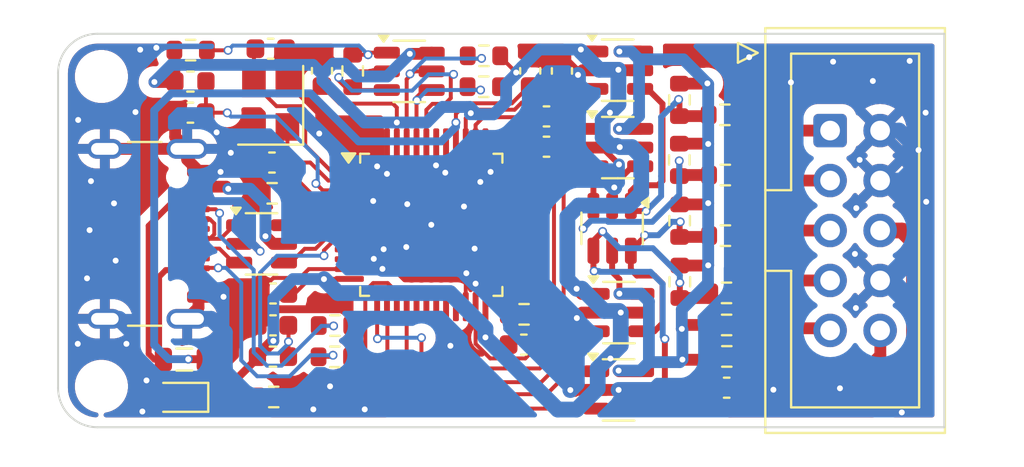
<source format=kicad_pcb>
(kicad_pcb (version 20240108) (generator "pcbnew") (generator_version "8.0")
  (layers (0 "F.Cu" signal) (31 "B.Cu" signal) (34 "B.Paste" user) (35 "F.Paste" user) (36 "B.SilkS" user "B.Silkscreen") (37 "F.SilkS" user "F.Silkscreen") (38 "B.Mask" user) (39 "F.Mask" user) (44 "Edge.Cuts" user))
  (net 0 "")
  (net 1 "GND")
  (net 2 "Net-(U1-XCSI)")
  (net 3 "Net-(U1-XCSO)")
  (net 4 "Net-(J1-Pin_9)")
  (net 5 "VCCIO")
  (net 6 "Net-(J1-Pin_1)")
  (net 7 "Net-(J1-Pin_3)")
  (net 8 "Net-(J1-Pin_7)")
  (net 9 "Net-(J1-Pin_10)")
  (net 10 "Net-(J1-Pin_5)")
  (net 11 "/BUS_TCK")
  (net 12 "/BUS_TMS")
  (net 13 "/BUS_TDI")
  (net 14 "/BUS_TDO")
  (net 15 "Net-(U1-EEDATA)")
  (net 16 "3.3V")
  (net 17 "Net-(U1-EECLK)")
  (net 18 "Net-(U1-EECS)")
  (net 24 "/USB_D_N")
  (net 31 "/USB_D_P")
  (net 37 "Net-(U1-REF)")
  (net 38 "Net-(U8-DO)")
  (net 39 "/LOCAL_TCK")
  (net 40 "/LOCAL_TMS")
  (net 41 "/LOCAL_TDI")
  (net 42 "/LOCAL_TDO")
  (net 43 "/USB_D_N_CONN")
  (net 44 "/USB_D_P_CONN")
  (net 45 "Net-(U1-VCCA)")
  (net 46 "Net-(U1-VCCCORE)")
  (net 47 "5V")
  (net 48 "Net-(U1-VPLL)")
  (net 49 "Net-(U1-VPHY)")
  (net 50 "Net-(U1-~{RESET})")
  (net 51 "VBUS")
  (net 52 "Net-(J2-CC2)")
  (net 53 "Net-(J2-CC1)")
  (net 54 "Net-(D1-K)")
  (footprint "Package_TO_SOT_SMD:SOT-23-6" (layer "F.Cu") (at 132.6825 104.22 -90)
    (property "Reference" "U7" (hide yes))
    (property "Value" "USBLC6-4SC6")
  )
  (footprint "Capacitor_SMD:C_0603_1608Metric" (layer "F.Cu") (at 115.465 107.53)
    (property "Reference" "C9" (hide yes))
    (property "Value" "100nF")
  )
  (footprint "MountingHole:MountingHole_2.2mm_M2_ISO14580" (layer "F.Cu") (at 106.75 96.5)
    (property "Reference" "H2" (hide yes))
    (property "Value" "MountingHole")
  )
  (footprint "MountingHole:MountingHole_2.2mm_M2_ISO14580" (layer "F.Cu") (at 106.75 112.25)
    (property "Reference" "H1" (hide yes))
    (property "Value" "MountingHole")
  )
  (footprint "Resistor_SMD:R_0603_1608Metric" (layer "F.Cu") (at 128.21 108.59)
    (property "Reference" "R17" (hide yes))
    (property "Value" "10k")
  )
  (footprint "Package_TO_SOT_SMD:SOT-23-6" (layer "F.Cu") (at 133.01 112.4325)
    (property "Reference" "U5" (hide yes))
    (property "Value" "SN74LVC1T45DBV")
  )
  (footprint "Resistor_SMD:R_0603_1608Metric" (layer "F.Cu") (at 138.43 101.51)
    (property "Reference" "R6" (hide yes))
    (property "Value" "100")
  )
  (footprint "Capacitor_SMD:C_0603_1608Metric" (layer "F.Cu") (at 138.5 112.32 180)
    (property "Reference" "C12" (hide yes))
    (property "Value" "100nF")
  )
  (footprint "Resistor_SMD:R_0603_1608Metric" (layer "F.Cu") (at 138.49 107.5)
    (property "Reference" "R8" (hide yes))
    (property "Value" "100")
  )
  (footprint "Resistor_SMD:R_0603_1608Metric" (layer "F.Cu") (at 115.5 112.79 180)
    (property "Reference" "R19" (hide yes))
    (property "Value" "4.7k")
  )
  (footprint "Package_TO_SOT_SMD:SOT-23-6" (layer "F.Cu") (at 114.88 105.01)
    (property "Reference" "U6" (hide yes))
    (property "Value" "USBLC6-2SC6")
  )
  (footprint "Package_TO_SOT_SMD:SOT-23-6" (layer "F.Cu") (at 122.38 96.24)
    (property "Reference" "U8" (hide yes))
    (property "Value" "93LC56B-I/OT")
  )
  (footprint "Package_TO_SOT_SMD:SOT-23-6" (layer "F.Cu") (at 133.03 108.50125)
    (property "Reference" "U4" (hide yes))
    (property "Value" "SN74LVC1T45DBV")
  )
  (footprint "Resistor_SMD:R_0603_1608Metric" (layer "F.Cu") (at 136.11 103.83 90)
    (property "Reference" "R4" (hide yes))
    (property "Value" "100k")
  )
  (footprint "Resistor_SMD:R_0603_1608Metric" (layer "F.Cu") (at 138.495 109.13 180)
    (property "Reference" "R10" (hide yes))
    (property "Value" "100k")
  )
  (footprint "Resistor_SMD:R_0603_1608Metric" (layer "F.Cu") (at 138.435 104.59)
    (property "Reference" "R7" (hide yes))
    (property "Value" "100")
  )
  (footprint "Capacitor_SMD:C_0603_1608Metric" (layer "F.Cu") (at 128.5225 96.215 -90)
    (property "Reference" "C6" (hide yes))
    (property "Value" "10uF")
  )
  (footprint "Package_TO_SOT_SMD:SOT-23-6" (layer "F.Cu") (at 132.965 96.1825)
    (property "Reference" "U2" (hide yes))
    (property "Value" "SN74LVC1T45DBV")
  )
  (footprint "Inductor_SMD:L_0805_2012Metric" (layer "F.Cu") (at 110.96 110.89)
    (property "Reference" "FB3" (hide yes))
    (property "Value" "600Ω@100Mhz")
  )
  (footprint "LED_SMD:LED_0603_1608Metric" (layer "F.Cu") (at 110.69 112.81 180)
    (property "Reference" "D1" (hide yes))
    (property "Value" "RED")
  )
  (footprint "Capacitor_SMD:C_0603_1608Metric" (layer "F.Cu") (at 129.35 98.53 180)
    (property "Reference" "C4" (hide yes))
    (property "Value" "100nF")
  )
  (footprint "Resistor_SMD:R_0603_1608Metric" (layer "F.Cu") (at 126.175 95.45)
    (property "Reference" "R14" (hide yes))
    (property "Value" "10k")
  )
  (footprint "Capacitor_SMD:C_0603_1608Metric" (layer "F.Cu") (at 117.95 96.21 -90)
    (property "Reference" "C10" (hide yes))
    (property "Value" "100nF")
  )
  (footprint "Resistor_SMD:R_0603_1608Metric" (layer "F.Cu") (at 138.41 98.45)
    (property "Reference" "R1" (hide yes))
    (property "Value" "100")
  )
  (footprint "Capacitor_SMD:C_0603_1608Metric" (layer "F.Cu") (at 130.1325 96.22 -90)
    (property "Reference" "C11" (hide yes))
    (property "Value" "100nF")
  )
  (footprint "Package_TO_SOT_SMD:SOT-23-6" (layer "F.Cu") (at 132.97 100.11375)
    (property "Reference" "U3" (hide yes))
    (property "Value" "SN74LVC1T45DBV")
  )
  (footprint "Resistor_SMD:R_0603_1608Metric" (layer "F.Cu") (at 136.12 106.935 90)
    (property "Reference" "R5" (hide yes))
    (property "Value" "100k")
  )
  (footprint "Connector_USB:USB_C_Receptacle_GCT_USB4105-xx-A_16P_TopMnt_Horizontal" (layer "F.Cu") (at 108 104.5 -90)
    (property "Reference" "J2" (hide yes))
    (property "Value" "USB_C_Receptacle_USB2.0_16P")
  )
  (footprint "Capacitor_SMD:C_0603_1608Metric" (layer "F.Cu") (at 129.35 100.07 180)
    (property "Reference" "C3" (hide yes))
    (property "Value" "100nF")
  )
  (footprint "Crystal:Crystal_SMD_3225-4Pin_3.2x2.5mm" (layer "F.Cu") (at 115.345 97.965 90)
    (property "Reference" "Y1" (hide yes))
    (property "Value" "12Mhz")
  )
  (footprint "Connector_IDC:IDC-Header_2x05_P2.54mm_Vertical" (layer "F.Cu") (at 143.75 99.25)
    (property "Reference" "J1" (hide yes))
    (property "Value" "Conn_02x05_Odd_Even")
  )
  (footprint "Resistor_SMD:R_0603_1608Metric" (layer "F.Cu") (at 111.28 95.16 180)
    (property "Reference" "R12" (hide yes))
    (property "Value" "10k")
  )
  (footprint "Capacitor_SMD:C_0603_1608Metric" (layer "F.Cu") (at 115.465 109.15)
    (property "Reference" "C7" (hide yes))
    (property "Value" "100nF")
  )
  (footprint "Capacitor_SMD:C_0603_1608Metric" (layer "F.Cu") (at 115.41 100.875)
    (property "Reference" "C2" (hide yes))
    (property "Value" "20pF")
  )
  (footprint "Inductor_SMD:L_0603_1608Metric" (layer "F.Cu") (at 115.46 110.74)
    (property "Reference" "FB1" (hide yes))
    (property "Value" "600Ω@100Mhz")
  )
  (footprint "Resistor_SMD:R_0603_1608Metric" (layer "F.Cu") (at 126.165 97.02)
    (property "Reference" "R13" (hide yes))
    (property "Value" "10k")
  )
  (footprint "Package_QFP:LQFP-48_7x7mm_P0.5mm" (layer "F.Cu") (at 123.5 104.04)
    (property "Reference" "U1" (hide yes))
    (property "Value" "FT232H")
  )
  (footprint "Resistor_SMD:R_0603_1608Metric" (layer "F.Cu") (at 118.6 110.75 180)
    (property "Reference" "R15" (hide yes))
    (property "Value" "5.1k")
  )
  (footprint "Inductor_SMD:L_0603_1608Metric" (layer "F.Cu") (at 111.27 96.76)
    (property "Reference" "FB2" (hide yes))
    (property "Value" "600Ω@100Mhz")
  )
  (footprint "Resistor_SMD:R_0603_1608Metric" (layer "F.Cu") (at 118.61 109.16 180)
    (property "Reference" "R18" (hide yes))
    (property "Value" "5.1k")
  )
  (footprint "Capacitor_SMD:C_0603_1608Metric" (layer "F.Cu") (at 111.27 98.34)
    (property "Reference" "C8" (hide yes))
    (property "Value" "100nF")
  )
  (footprint "Resistor_SMD:R_0603_1608Metric" (layer "F.Cu") (at 136.1 97.69 90)
    (property "Reference" "R2" (hide yes))
    (property "Value" "100k")
  )
  (footprint "Capacitor_SMD:C_0603_1608Metric" (layer "F.Cu") (at 128.2 110.13 180)
    (property "Reference" "C5" (hide yes))
    (property "Value" "10uF")
  )
  (footprint "Capacitor_SMD:C_0603_1608Metric" (layer "F.Cu") (at 115.345 95.09 180)
    (property "Reference" "C1" (hide yes))
    (property "Value" "20pF")
  )
  (footprint "Resistor_SMD:R_0603_1608Metric" (layer "F.Cu") (at 115.42 102.44 180)
    (property "Reference" "R16" (hide yes))
    (property "Value" "12k 1%")
  )
  (footprint "Resistor_SMD:R_0603_1608Metric" (layer "F.Cu") (at 136.095 100.74 90)
    (property "Reference" "R3" (hide yes))
    (property "Value" "100k")
  )
  (footprint "Resistor_SMD:R_0603_1608Metric" (layer "F.Cu") (at 138.505 110.73 180)
    (property "Reference" "R9" (hide yes))
    (property "Value" "100k")
  )
  (footprint "Resistor_SMD:R_0603_1608Metric" (layer "F.Cu") (at 119.51 96.22 90)
    (property "Reference" "R11" (hide yes))
    (property "Value" "2.2k")
  )
  (gr_line (start 104.55 96.33) (end 104.55 112.33) (stroke (width 0.1)) (layer "Edge.Cuts"))
  (gr_arc (start 104.55 96.33) (mid 105.135786 94.915786) (end 106.55 94.33) (stroke (width 0.1)) (layer "Edge.Cuts"))
  (gr_line (start 149.55 94.33) (end 149.55 114.33) (stroke (width 0.1)) (layer "Edge.Cuts"))
  (gr_line (start 149.55 94.33) (end 106.55 94.33) (stroke (width 0.1)) (layer "Edge.Cuts"))
  (gr_line (start 106.55 114.33) (end 149.55 114.33) (stroke (width 0.1)) (layer "Edge.Cuts"))
  (gr_arc (start 106.55 114.33) (mid 105.135786 113.744214) (end 104.55 112.33) (stroke (width 0.1)) (layer "Edge.Cuts"))
  (segment (start 112.95 107.7) (end 114.52 107.7) (width 0.6) (layer "F.Cu") (net 1))
  (segment (start 125.75 108.2025) (end 125.75 107.03) (width 0.2) (layer "F.Cu") (net 1))
  (segment (start 118.96 96.05) (end 119.007107 96.05) (width 0.2) (layer "F.Cu") (net 1))
  (segment (start 134.1475 112.4325) (end 131.8725 112.4325) (width 0.6) (layer "F.Cu") (net 1))
  (segment (start 119.197107 96.24) (end 121.2425 96.24) (width 0.2) (layer "F.Cu") (net 1))
  (segment (start 121.25 99.8775) (end 121.25 101.45) (width 0.2) (layer "F.Cu") (net 1))
  (segment (start 119.042 108.332) (end 115.508 108.332) (width 0.4) (layer "F.Cu") (net 1))
  (segment (start 128.273 110.832) (end 128.975 110.13) (width 0.2) (layer "F.Cu") (net 1))
  (segment (start 133.03 100.97) (end 132.17375 100.11375) (width 0.3) (layer "F.Cu") (net 1))
  (segment (start 119.3375 102.79) (end 117.74 102.79) (width 0.2) (layer "F.Cu") (net 1))
  (segment (start 125.75 108.2025) (end 125.75 110.09) (width 0.2) (layer "F.Cu") (net 1))
  (segment (start 131.8275 96.1825) (end 131.1875 96.1825) (width 0.6) (layer "F.Cu") (net 1))
  (segment (start 119.3375 102.79) (end 120.51 102.79) (width 0.2) (layer "F.Cu") (net 1))
  (segment (start 130.8845 96.4855) (end 130.95 96.42) (width 0.3) (layer "F.Cu") (net 1))
  (segment (start 114.635 102.4) (end 114.595 102.44) (width 0.6) (layer "F.Cu") (net 1))
  (segment (start 106.925 100.18) (end 111.105 100.18) (width 0.6) (layer "F.Cu") (net 1))
  (segment (start 113.7425 105.01) (end 114.44 105.01) (width 0.4) (layer "F.Cu") (net 1))
  (segment (start 125.75 110.09) (end 126.492 110.832) (width 0.2) (layer "F.Cu") (net 1))
  (segment (start 119.435 112.115) (end 119.435 109.16) (width 0.6) (layer "F.Cu") (net 1))
  (segment (start 116.83 106.74) (end 117.28 106.29) (width 0.2) (layer "F.Cu") (net 1))
  (segment (start 131.16875 108.50125) (end 130.89 108.78) (width 0.6) (layer "F.Cu") (net 1))
  (segment (start 117.28 106.29) (end 119.3375 106.29) (width 0.2) (layer "F.Cu") (net 1))
  (segment (start 116.12 95.185) (end 116.12 96.79) (width 0.2) (layer "F.Cu") (net 1))
  (segment (start 119.3375 105.79) (end 120.56 105.79) (width 0.2) (layer "F.Cu") (net 1))
  (segment (start 116.64 101.69) (end 115.345 101.69) (width 0.2) (layer "F.Cu") (net 1))
  (segment (start 140.767 112.32) (end 140.87 112.423) (width 0.8) (layer "F.Cu") (net 1))
  (segment (start 125.25 106.53) (end 125.28 106.5) (width 0.2) (layer "F.Cu") (net 1))
  (segment (start 111.68 101.3) (end 114.21 101.3) (width 0.6) (layer "F.Cu") (net 1))
  (segment (start 114.69 107.53) (end 115.48 106.74) (width 0.2) (layer "F.Cu") (net 1))
  (segment (start 130.8845 97.7655) (end 130.8845 96.4855) (width 0.3) (layer "F.Cu") (net 1))
  (segment (start 114.69 109.15) (end 114.69 107.53) (width 0.6) (layer "F.Cu") (net 1))
  (segment (start 115.48 106.74) (end 116.83 106.74) (width 0.2) (layer "F.Cu") (net 1))
  (segment (start 119.3375 105.29) (end 121.07 105.29) (width 0.2) (layer "F.Cu") (net 1))
  (segment (start 118.345 95.435) (end 118.96 96.05) (width 0.2) (layer "F.Cu") (net 1))
  (segment (start 118.71 112.84) (end 119.435 112.115) (width 0.6) (layer "F.Cu") (net 1))
  (segment (start 111.68 107.7) (end 111.68 108.245) (width 0.6) (layer "F.Cu") (net 1))
  (segment (start 116.12 95.09) (end 116.02 95.09) (width 0.2) (layer "F.Cu") (net 1))
  (segment (start 116.425 95.435) (end 116.195 95.205) (width 0.6) (layer "F.Cu") (net 1))
  (segment (start 114.44 105.01) (end 114.81 105.38) (width 0.4) (layer "F.Cu") (net 1))
  (segment (start 114.635 100.875) (end 114.635 102.4) (width 0.6) (layer "F.Cu") (net 1))
  (segment (start 114.635 100.875) (end 114.635 99.205) (width 0.6) (layer "F.Cu") (net 1))
  (segment (start 119.435 108.725) (end 119.042 108.332) (width 0.4) (layer "F.Cu") (net 1))
  (segment (start 126.57 101.29) (end 126.51 101.35) (width 0.2) (layer "F.Cu") (net 1))
  (segment (start 114.21 101.3) (end 114.635 100.875) (width 0.6) (layer "F.Cu") (net 1))
  (segment (start 116.86 95.435) (end 117.95 95.435) (width 0.2) (layer "F.Cu") (net 1))
  (segment (start 130.125 98.525) (end 130.8845 97.7655) (width 0.3) (layer "F.Cu") (net 1))
  (segment (start 130.5675 112.4325) (end 131.8725 112.4325) (width 0.6) (layer "F.Cu") (net 1))
  (segment (start 117.74 102.79) (end 116.64 101.69) (width 0.2) (layer "F.Cu") (net 1))
  (segment (start 130.56 112.44) (end 130.5675 112.4325) (width 0.6) (layer "F.Cu") (net 1))
  (segment (start 139.275 112.32) (end 140.767 112.32) (width 0.8) (layer "F.Cu") (net 1))
  (segment (start 128.5225 95.44) (end 129.980802 95.44) (width 0.6) (layer "F.Cu") (net 1))
  (segment (start 127.6625 101.29) (end 126.57 101.29) (width 0.2) (layer "F.Cu") (net 1))
  (segment (start 110.495 99.57) (end 111.105 100.18) (width 0.6) (layer "F.Cu") (net 1))
  (segment (start 120.56 105.79) (end 120.58 105.77) (width 0.2) (layer "F.Cu") (net 1))
  (segment (start 114.635 99.205) (end 114.495 99.065) (width 0.6) (layer "F.Cu") (net 1))
  (segment (start 121.07 105.29) (end 121.08 105.28) (width 0.2) (layer "F.Cu") (net 1))
  (segment (start 121.01 106.29) (end 119.3375 106.29) (width 0.2) (layer "F.Cu") (net 1))
  (segment (start 117.81 99.4) (end 117.81 98.32213) (width 0.4) (layer "F.Cu") (net 1))
  (segment (start 119.435 109.16) (end 119.435 108.725) (width 0.4) (layer "F.Cu") (net 1))
  (segment (start 114.52 107.7) (end 114.69 107.53) (width 0.6) (layer "F.Cu") (net 1))
  (segment (start 120.51 102.79) (end 120.55 102.83) (width 0.2) (layer "F.Cu") (net 1))
  (segment (start 123.75 101.01) (end 123.74 101.02) (width 0.2) (layer "F.Cu") (net 1))
  (segment (start 127.6625 101.79) (end 126.06 101.79) (width 0.2) (layer "F.Cu") (net 1))
  (segment (start 111.105 100.18) (end 111.105 100.725) (width 0.6) (layer "F.Cu") (net 1))
  (segment (start 119.007107 96.05) (end 119.197107 96.24) (width 0.2) (layer "F.Cu") (net 1))
  (segment (start 129.980802 95.44) (end 130.955401 96.414599) (width 0.6) (layer "F.Cu") (net 1))
  (segment (start 117.81 98.32213) (end 116.35287 96.865) (width 0.4) (layer "F.Cu") (net 1))
  (segment (start 117.605 95.09) (end 117.95 95.435) (width 0.2) (layer "F.Cu") (net 1))
  (segment (start 131.1875 96.1825) (end 130.95 96.42) (width 0.6) (layer "F.Cu") (net 1))
  (segment (start 121.02 106.28) (end 121.01 106.29) (width 0.2) (layer "F.Cu") (net 1))
  (segment (start 110.495 98.34) (end 110.495 99.57) (width 0.6) (layer "F.Cu") (net 1))
  (segment (start 117.95 95.435) (end 118.345 95.435) (width 0.2) (layer "F.Cu") (net 1))
  (segment (start 116.12 96.79) (end 116.195 96.865) (width 0.2) (layer "F.Cu") (net 1))
  (segment (start 132.17375 100.11375) (end 131.8325 100.11375) (width 0.3) (layer "F.Cu") (net 1))
  (segment (start 116.325 112.79) (end 116.375 112.84) (width 0.6) (layer "F.Cu") (net 1))
  (segment (start 120.75 99.8775) (end 120.75 101.07) (width 0.2) (layer "F.Cu") (net 1))
  (segment (start 124.25 101.35) (end 124.21 101.39) (width 0.2) (layer "F.Cu") (net 1))
  (segment (start 126.06 101.79) (end 125.99 101.86) (width 0.2) (layer "F.Cu") (net 1))
  (segment (start 111.68 108.245) (end 111.105 108.82) (width 0.6) (layer "F.Cu") (net 1))
  (segment (start 131.8925 108.50125) (end 131.16875 108.50125) (width 0.6) (layer "F.Cu") (net 1))
  (segment (start 111.68 107.7) (end 112.95 107.7) (width 0.6) (layer "F.Cu") (net 1))
  (segment (start 116.375 112.84) (end 118.71 112.84) (width 0.6) (layer "F.Cu") (net 1))
  (segment (start 132.6825 103.0825) (end 132.6825 102.2475) (width 0.3) (layer "F.Cu") (net 1))
  (segment (start 125.25 108.2025) (end 125.25 106.53) (width 0.2) (layer "F.Cu") (net 1))
  (segment (start 115.508 108.332) (end 114.69 109.15) (width 0.4) (layer "F.Cu") (net 1))
  (segment (start 116.195 95.205) (end 116.195 96.865) (width 0.6) (layer "F.Cu") (net 1))
  (segment (start 116.35287 96.865) (end 116.195 96.865) (width 0.4) (layer "F.Cu") (net 1))
  (segment (start 117.95 95.435) (end 116.425 95.435) (width 0.6) (layer "F.Cu") (net 1))
  (segment (start 126.492 110.832) (end 128.273 110.832) (width 0.2) (layer "F.Cu") (net 1))
  (segment (start 124.25 99.8775) (end 124.25 101.35) (width 0.2) (layer "F.Cu") (net 1))
  (segment (start 132.6825 102.2475) (end 132.79 102.14) (width 0.3) (layer "F.Cu") (net 1))
  (segment (start 114.69 109.18) (end 114.69 109.15) (width 0.6) (layer "F.Cu") (net 1))
  (segment (start 111.105 100.725) (end 111.68 101.3) (width 0.6) (layer "F.Cu") (net 1))
  (segment (start 115.345 101.69) (end 114.595 102.44) (width 0.2) (layer "F.Cu") (net 1))
  (segment (start 123.75 99.8775) (end 123.75 101.01) (width 0.2) (layer "F.Cu") (net 1))
  (segment (start 130.125 100.07) (end 130.125 98.525) (width 0.3) (layer "F.Cu") (net 1))
  (via (at 108.02 110.09) (size 0.45) (drill 0.3) (layers "F.Cu" "B.Cu") (net 1))
  (via (at 148.6 98.34) (size 0.45) (drill 0.3) (layers "F.Cu" "B.Cu") (net 1))
  (via (at 106.15 104.31) (size 0.45) (drill 0.3) (layers "F.Cu" "B.Cu") (net 1))
  (via (at 145.06 108.27) (size 0.45) (drill 0.3) (layers "F.Cu" "B.Cu") (net 1))
  (via (at 148.63 102.87) (size 0.45) (drill 0.3) (layers "F.Cu" "B.Cu") (net 1))
  (via (at 140.87 112.423) (size 0.45) (drill 0.3) (layers "F.Cu" "B.Cu") (net 1))
  (via (at 145.01 105.52) (size 0.45) (drill 0.3) (layers "F.Cu" "B.Cu") (net 1))
  (via (at 123.5 104.04) (size 0.45) (drill 0.3) (layers "F.Cu" "B.Cu") (net 1))
  (via (at 108.72 95.14) (size 0.45) (drill 0.3) (layers "F.Cu" "B.Cu") (net 1))
  (via (at 139.64 95.52) (size 0.45) (drill 0.3) (layers "F.Cu" "B.Cu") (net 1))
  (via (at 125.75 107.03) (size 0.45) (drill 0.3) (layers "F.Cu" "B.Cu") (net 1))
  (via (at 133.03 100.97) (size 0.45) (drill 0.3) (layers "F.Cu" "B.Cu") (net 1))
  (via (at 145.08 103.19) (size 0.45) (drill 0.3) (layers "F.Cu" "B.Cu") (net 1))
  (via (at 107.473132 105.860554) (size 0.45) (drill 0.3) (layers "F.Cu" "B.Cu") (net 1))
  (via (at 107.39 102.95) (size 0.45) (drill 0.3) (layers "F.Cu" "B.Cu") (net 1))
  (via (at 121.02 106.28) (size 0.45) (drill 0.3) (layers "F.Cu" "B.Cu") (net 1))
  (via (at 130.95 96.42) (size 0.45) (drill 0.3) (layers "F.Cu" "B.Cu") (net 1))
  (via (at 121.08 105.28) (size 0.45) (drill 0.3) (layers "F.Cu" "B.Cu") (net 1))
  (via (at 147.389671 113.57496) (size 0.45) (drill 0.3) (layers "F.Cu" "B.Cu") (net 1))
  (via (at 114.81 105.38) (size 0.45) (drill 0.3) (layers "F.Cu" "B.Cu") (net 1))
  (via (at 120.58 105.77) (size 0.45) (drill 0.3) (layers "F.Cu" "B.Cu") (net 1))
  (via (at 113.32 100.38) (size 0.45) (drill 0.3) (layers "F.Cu" "B.Cu") (net 1))
  (via (at 148.24 100.24) (size 0.45) (drill 0.3) (layers "F.Cu" "B.Cu") (net 1))
  (via (at 112.8 101.35) (size 0.45) (drill 0.3) (layers "F.Cu" "B.Cu") (net 1))
  (via (at 106.02 106.76) (size 0.45) (drill 0.3) (layers "F.Cu" "B.Cu") (net 1))
  (via (at 122.28 102.99) (size 0.45) (drill 0.3) (layers "F.Cu" "B.Cu") (net 1))
  (via (at 141.76 96.8) (size 0.45) (drill 0.3) (layers "F.Cu" "B.Cu") (net 1))
  (via (at 130.89 108.78) (size 0.45) (drill 0.3) (layers "F.Cu" "B.Cu") (net 1))
  (via (at 112.95 107.7) (size 0.45) (drill 0.3) (layers "F.Cu" "B.Cu") (net 1))
  (via (at 105.55 110.09) (size 0.45) (drill 0.3) (layers "F.Cu" "B.Cu") (net 1))
  (via (at 124.47 110.19) (size 0.45) (drill 0.3) (layers "F.Cu" "B.Cu") (net 1))
  (via (at 126.51 101.35) (size 0.45) (drill 0.3) (layers "F.Cu" "B.Cu") (net 1))
  (via (at 125.28 106.5) (size 0.45) (drill 0.3) (layers "F.Cu" "B.Cu") (net 1))
  (via (at 120.12 113.42) (size 0.45) (drill 0.3) (layers "F.Cu" "B.Cu") (net 1))
  (via (at 112.6 99.34) (size 0.45) (drill 0.3) (layers "F.Cu" "B.Cu") (net 1))
  (via (at 118.36 112.25) (size 0.45) (drill 0.3) (layers "F.Cu" "B.Cu") (net 1))
  (via (at 124.21 101.39) (size 0.45) (drill 0.3) (layers "F.Cu" "B.Cu") (net 1))
  (via (at 108.83 113.53) (size 0.45) (drill 0.3) (layers "F.Cu" "B.Cu") (net 1))
  (via (at 145.25 100.74) (size 0.45) (drill 0.3) (layers "F.Cu" "B.Cu") (net 1))
  (via (at 106.22 101.82) (size 0.45) (drill 0.3) (layers "F.Cu" "B.Cu") (net 1))
  (via (at 109.04 111.95) (size 0.45) (drill 0.3) (layers "F.Cu" "B.Cu") (net 1))
  (via (at 105.57 98.71) (size 0.45) (drill 0.3) (layers "F.Cu" "B.Cu") (net 1))
  (via (at 133.01 112.4325) (size 0.45) (drill 0.3) (layers "F.Cu" "B.Cu") (net 1))
  (via (at 120.75 101.07) (size 0.45) (drill 0.3) (layers "F.Cu" "B.Cu") (net 1))
  (via (at 144.25 112.35) (size 0.45) (drill 0.3) (layers "F.Cu" "B.Cu") (net 1))
  (via (at 132.79 102.14) (size 0.45) (drill 0.3) (layers "F.Cu" "B.Cu") (net 1))
  (via (at 117.51 113.42) (size 0.45) (drill 0.3) (layers "F.Cu" "B.Cu") (net 1))
  (via (at 130.56 112.44) (size 0.45) (drill 0.3) (layers "F.Cu" "B.Cu") (net 1))
  (via (at 109.54 95.04) (size 0.45) (drill 0.3) (layers "F.Cu" "B.Cu") (net 1))
  (via (at 145.92 96.73) (size 0.45) (drill 0.3) (layers "F.Cu" "B.Cu") (net 1))
  (via (at 120.55 102.83) (size 0.45) (drill 0.3) (layers "F.Cu" "B.Cu") (net 1))
  (via (at 125.7 105.25) (size 0.45) (drill 0.3) (layers "F.Cu" "B.Cu") (net 1))
  (via (at 143.901577 95.748873) (size 0.45) (drill 0.3) (layers "F.Cu" "B.Cu") (net 1))
  (via (at 122.23 105.17) (size 0.45) (drill 0.3) (layers "F.Cu" "B.Cu") (net 1))
  (via (at 147.79 95.71) (size 0.45) (drill 0.3) (layers "F.Cu" "B.Cu") (net 1))
  (via (at 125.99 101.86) (size 0.45) (drill 0.3) (layers "F.Cu" "B.Cu") (net 1))
  (via (at 117.81 99.4) (size 0.45) (drill 0.3) (layers "F.Cu" "B.Cu") (net 1))
  (via (at 123.74 101.02) (size 0.45) (drill 0.3) (layers "F.Cu" "B.Cu") (net 1))
  (via (at 121.25 101.45) (size 0.45) (drill 0.3) (layers "F.Cu" "B.Cu") (net 1))
  (via (at 108.48 98.31) (size 0.45) (drill 0.3) (layers "F.Cu" "B.Cu") (net 1))
  (via (at 125.16 103.11) (size 0.45) (drill 0.3) (layers "F.Cu" "B.Cu") (net 1))
  (segment (start 112.6 101.35) (end 111.64 102.31) (width 0.6) (layer "B.Cu") (net 1))
  (segment (start 132.79 102.12) (end 130.95 100.28) (width 0.8) (layer "B.Cu") (net 1))
  (segment (start 121.13 101.45) (end 120.75 101.07) (width 0.8) (layer "B.Cu") (net 1))
  (segment (start 120.74 102.64) (end 117.11 102.64) (width 0.6) (layer "B.Cu") (net 1))
  (segment (start 146.9175 112.4325) (end 148.21 111.14) (width 0.8) (layer "B.Cu") (net 1))
  (segment (start 148.24 100.93) (end 148.24 100.24) (width 0.8) (layer "B.Cu") (net 1))
  (segment (start 132.79 102.14) (end 132.79 102.12) (width 0.8) (layer "B.Cu") (net 1))
  (segment (start 120.55 104.75) (end 121.08 105.28) (width 0.8) (layer "B.Cu") (net 1))
  (segment (start 123.31 101.45) (end 121.13 101.45) (width 0.8) (layer "B.Cu") (net 1))
  (segment (start 120.45 105.77) (end 120.58 105.77) (width 0.8) (layer "B.Cu") (net 1))
  (segment (start 125.28 106.56) (end 125.75 107.03) (width 0.8) (layer "B.Cu") (net 1))
  (segment (start 130.95 100.28) (end 130.95 96.42) (width 0.8) (layer "B.Cu") (net 1))
  (segment (start 146.3 101.79) (end 147.38 101.79) (width 0.8) (layer "B.Cu") (net 1))
  (segment (start 123.74 101.02) (end 123.31 101.45) (width 0.8) (layer "B.Cu") (net 1))
  (segment (start 125.28 106.5) (end 125.28 106.56) (width 0.8) (layer "B.Cu") (net 1))
  (segment (start 108.29 109.46) (end 108.29 110.92) (width 0.8) (layer "B.Cu") (net 1))
  (segment (start 120.55 102.83) (end 120.55 104.75) (width 0.8) (layer "B.Cu") (net 1))
  (segment (start 108.29 110.92) (end 109.23 111.86) (width 0.8) (layer "B.Cu") (net 1))
  (segment (start 109.23 111.86) (end 112.49 111.86) (width 0.8) (layer "B.Cu") (net 1))
  (segment (start 120.58 105.77) (end 120.58 105.84) (width 0.8) (layer "B.Cu") (net 1))
  (segment (start 125.75 107.03) (end 129.14 107.03) (width 0.8) (layer "B.Cu") (net 1))
  (segment (start 125.06 106.28) (end 125.28 106.5) (width 0.8) (layer "B.Cu") (net 1))
  (segment (start 111.64 102.31) (end 111.64 106.39) (width 0.6) (layer "B.Cu") (net 1))
  (segment (start 112.49 111.86) (end 113.02 111.33) (width 0.8) (layer "B.Cu") (net 1))
  (segment (start 146.9 101.79) (end 146.3 101.79) (width 0.8) (layer "B.Cu") (net 1))
  (segment (start 117.11 102.64) (end 115.82 101.35) (width 0.6) (layer "B.Cu") (net 1))
  (segment (start 133.01 112.4325) (end 146.9175 112.4325) (width 0.8) (layer "B.Cu") (net 1))
  (segment (start 114.4 104.97) (end 114.4 103.42) (width 0.4) (layer "B.Cu") (net 1))
  (segment (start 129.14 107.03) (end 130.89 108.78) (width 0.8) (layer "B.Cu") (net 1))
  (segment (start 114.4 103.42) (end 113.817 102.837) (width 0.4) (layer "B.Cu") (net 1))
  (segment (start 113.02 109.51) (end 112.33 108.82) (width 0.8) (layer "B.Cu") (net 1))
  (segment (start 111.64 106.39) (end 112.95 107.7) (width 0.6) (layer "B.Cu") (net 1))
  (segment (start 133.03 101.9) (end 132.79 102.14) (width 0.6) (layer "B.Cu") (net 1))
  (segment (start 148.24 100.24) (end 147.25 99.25) (width 0.8) (layer "B.Cu") (net 1))
  (segment (start 125.52 101.39) (end 125.99 101.86) (width 0.8) (layer "B.Cu") (net 1))
  (segment (start 148.21 111.14) (end 148.21 108.16) (width 0.8) (layer "B.Cu") (net 1))
  (segment (start 113.817 102.837) (end 112.167 102.837) (width 0.4) (layer "B.Cu") (net 1))
  (segment (start 114.81 105.38) (end 114.4 104.97) (width 0.4) (layer "B.Cu") (net 1))
  (segment (start 106.925 108.82) (end 107.65 108.82) (width 0.8) (layer "B.Cu") (net 1))
  (segment (start 121.02 106.28) (end 125.06 106.28) (width 0.8) (layer "B.Cu") (net 1))
  (segment (start 148.1 105.58) (end 148.1 102.99) (width 0.8) (layer "B.Cu") (net 1))
  (segment (start 117.81 99.4) (end 119.48 101.07) (width 0.6) (layer "B.Cu") (net 1))
  (segment (start 123.74 101.02) (end 124.11 101.39) (width 0.8) (layer "B.Cu") (net 1))
  (segment (start 120.75 102.63) (end 120.74 102.64) (width 0.6) (layer "B.Cu") (net 1))
  (segment (start 130.89 112.11) (end 130.89 108.78) (width 0.8) (layer "B.Cu") (net 1))
  (segment (start 146.3 106.87) (end 146.81 106.87) (width 0.8) (layer "B.Cu") (net 1))
  (segment (start 147.25 99.25) (end 146.3 99.25) (width 0.8) (layer "B.Cu") (net 1))
  (segment (start 124.11 101.39) (end 125.52 101.39) (width 0.8) (layer "B.Cu") (net 1))
  (segment (start 112.167 102.837) (end 111.64 102.31) (width 0.4) (layer "B.Cu") (net 1))
  (segment (start 130.95 100.28) (end 127.57 100.28) (width 0.8) (layer "B.Cu") (net 1))
  (segment (start 127.57 100.28) (end 125.99 101.86) (width 0.8) (layer "B.Cu") (net 1))
  (segment (start 147.38 101.79) (end 148.24 100.93) (width 0.8) (layer "B.Cu") (net 1))
  (segment (start 120.58 105.84) (end 121.02 106.28) (width 0.8) (layer "B.Cu") (net 1))
  (segment (start 115.82 101.35) (end 112.8 101.35) (width 0.6) (layer "B.Cu") (net 1))
  (segment (start 133.03 100.97) (end 133.03 101.9) (width 0.6) (layer "B.Cu") (net 1))
  (segment (start 121.08 105.28) (end 120.94 105.28) (width 0.8) (layer "B.Cu") (net 1))
  (segment (start 148.21 108.16) (end 146.92 106.87) (width 0.8) (layer "B.Cu") (net 1))
  (segment (start 119.48 101.07) (end 120.75 101.07) (width 0.6) (layer "B.Cu") (net 1))
  (segment (start 120.75 102.63) (end 120.55 102.83) (width 0.8) (layer "B.Cu") (net 1))
  (segment (start 107.65 108.82) (end 108.29 109.46) (width 0.8) (layer "B.Cu") (net 1))
  (segment (start 120.75 101.07) (end 120.75 102.63) (width 0.8) (layer "B.Cu") (net 1))
  (segment (start 146.92 106.87) (end 146.3 106.87) (width 0.8) (layer "B.Cu") (net 1))
  (segment (start 111.105 108.82) (end 112.33 108.82) (width 0.8) (layer "B.Cu") (net 1))
  (segment (start 113.02 111.33) (end 113.02 109.51) (width 0.8) (layer "B.Cu") (net 1))
  (segment (start 148.1 102.99) (end 146.9 101.79) (width 0.8) (layer "B.Cu") (net 1))
  (segment (start 146.81 106.87) (end 148.1 105.58) (width 0.8) (layer "B.Cu") (net 1))
  (segment (start 130.56 112.44) (end 130.89 112.11) (width 0.8) (layer "B.Cu") (net 1))
  (segment (start 112.8 101.35) (end 112.6 101.35) (width 0.6) (layer "B.Cu") (net 1))
  (segment (start 120.94 105.28) (end 120.45 105.77) (width 0.8) (layer "B.Cu") (net 1))
  (segment (start 114.495 96.865) (end 114.495 95.26) (width 0.2) (layer "F.Cu") (net 2))
  (segment (start 117.1 100) (end 117.1 98.216) (width 0.2) (layer "F.Cu") (net 2))
  (segment (start 114.495 95.26) (end 114.57 95.185) (width 0.2) (layer "F.Cu") (net 2))
  (segment (start 117.1 98.216) (end 116.894 98.01) (width 0.2) (layer "F.Cu") (net 2))
  (segment (start 116.894 98.01) (end 115.64 98.01) (width 0.2) (layer "F.Cu") (net 2))
  (segment (start 118.39 101.29) (end 117.1 100) (width 0.2) (layer "F.Cu") (net 2))
  (segment (start 119.3375 101.29) (end 118.39 101.29) (width 0.2) (layer "F.Cu") (net 2))
  (segment (start 115.64 98.01) (end 114.495 96.865) (width 0.2) (layer "F.Cu") (net 2))
  (segment (start 116.195 100.865) (end 116.185 100.875) (width 0.2) (layer "F.Cu") (net 3))
  (segment (start 118.27 101.79) (end 117.355 100.875) (width 0.2) (layer "F.Cu") (net 3))
  (segment (start 116.195 99.065) (end 116.195 100.865) (width 0.2) (layer "F.Cu") (net 3))
  (segment (start 117.355 100.875) (end 116.185 100.875) (width 0.2) (layer "F.Cu") (net 3))
  (segment (start 119.3375 101.79) (end 118.27 101.79) (width 0.2) (layer "F.Cu") (net 3))
  (segment (start 143.65 109.3) (end 143.76 109.41) (width 0.6) (layer "F.Cu") (net 4))
  (segment (start 139.32 109.3) (end 143.65 109.3) (width 0.6) (layer "F.Cu") (net 4))
  (segment (start 134.1475 111.4825) (end 133.0425 111.4825) (width 0.6) (layer "F.Cu") (net 5))
  (segment (start 137.725 112.32) (end 137.725 112.475) (width 0.8) (layer "F.Cu") (net 5))
  (segment (start 136.1 96.865) (end 137.505 96.865) (width 0.6) (layer "F.Cu") (net 5))
  (segment (start 133.06125 107.55125) (end 133.05 107.54) (width 0.6) (layer "F.Cu") (net 5))
  (segment (start 136.42 109.13) (end 136.22 109.33) (width 0.6) (layer "F.Cu") (net 5))
  (segment (start 147.4 104.33) (end 146.3 104.33) (width 0.8) (layer "F.Cu") (net 5))
  (segment (start 137.725 112.475) (end 138.68 113.43) (width 0.8) (layer "F.Cu") (net 5))
  (segment (start 148.01 104.94) (end 147.4 104.33) (width 0.8) (layer "F.Cu") (net 5))
  (segment (start 138.68 113.43) (end 145.86 113.43) (width 0.8) (layer "F.Cu") (net 5))
  (segment (start 137.55 106.11) (end 137.56 106.1) (width 0.6) (layer "F.Cu") (net 5))
  (segment (start 137.56 102.94) (end 137.495 103.005) (width 0.6) (layer "F.Cu") (net 5))
  (segment (start 148.01 111.28) (end 148.01 104.94) (width 0.8) (layer "F.Cu") (net 5))
  (segment (start 134.1075 99.16375) (end 133.03375 99.16375) (width 0.6) (layer "F.Cu") (net 5))
  (segment (start 137.495 103.005) (end 136.11 103.005) (width 0.6) (layer "F.Cu") (net 5))
  (segment (start 137.505 96.865) (end 137.52 96.85) (width 0.6) (layer "F.Cu") (net 5))
  (segment (start 137.56 99.93) (end 137.545 99.915) (width 0.6) (layer "F.Cu") (net 5))
  (segment (start 137.545 99.915) (end 136.095 99.915) (width 0.6) (layer "F.Cu") (net 5))
  (segment (start 137.67 110.72) (end 137.68 110.73) (width 0.8) (layer "F.Cu") (net 5))
  (segment (start 133.05 106.8) (end 133.05 107.54) (width 0.3) (layer "F.Cu") (net 5))
  (segment (start 132.6825 106.4325) (end 133.05 106.8) (width 0.3) (layer "F.Cu") (net 5))
  (segment (start 137.68 110.9) (end 137.68 112.485) (width 0.8) (layer "F.Cu") (net 5))
  (segment (start 134.1675 107.55125) (end 133.06125 107.55125) (width 0.6) (layer "F.Cu") (net 5))
  (segment (start 137.67 109.13) (end 136.42 109.13) (width 0.6) (layer "F.Cu") (net 5))
  (segment (start 145.86 113.43) (end 148.01 111.28) (width 0.8) (layer "F.Cu") (net 5))
  (segment (start 137.68 110.9) (end 136.26 110.9) (width 0.6) (layer "F.Cu") (net 5))
  (segment (start 133.0525 95.2325) (end 133.05 95.23) (width 0.6) (layer "F.Cu") (net 5))
  (segment (start 137.68 112.485) (end 137.725 112.53) (width 0.8) (layer "F.Cu") (net 5))
  (segment (start 133.03375 99.16375) (end 133.03 99.16) (width 0.6) (layer "F.Cu") (net 5))
  (segment (start 136.12 106.11) (end 137.55 106.11) (width 0.6) (layer "F.Cu") (net 5))
  (segment (start 133.0425 111.4825) (end 133.01 111.45) (width 0.6) (layer "F.Cu") (net 5))
  (segment (start 136.26 110.9) (end 136.25 110.89) (width 0.6) (layer "F.Cu") (net 5))
  (segment (start 134.1025 95.2325) (end 133.0525 95.2325) (width 0.6) (layer "F.Cu") (net 5))
  (segment (start 137.67 109.13) (end 137.67 110.72) (width 0.8) (layer "F.Cu") (net 5))
  (segment (start 132.6825 105.3575) (end 132.6825 106.4325) (width 0.3) (layer "F.Cu") (net 5))
  (via (at 137.56 106.1) (size 0.45) (drill 0.3) (layers "F.Cu" "B.Cu") (net 5))
  (via (at 137.56 102.94) (size 0.45) (drill 0.3) (layers "F.Cu" "B.Cu") (net 5))
  (via (at 133.01 111.45) (size 0.45) (drill 0.3) (layers "F.Cu" "B.Cu") (net 5))
  (via (at 133.05 107.54) (size 0.45) (drill 0.3) (layers "F.Cu" "B.Cu") (net 5))
  (via (at 133.03 99.16) (size 0.45) (drill 0.3) (layers "F.Cu" "B.Cu") (net 5))
  (via (at 136.22 109.33) (size 0.45) (drill 0.3) (layers "F.Cu" "B.Cu") (net 5))
  (via (at 136.25 110.89) (size 0.45) (drill 0.3) (layers "F.Cu" "B.Cu") (net 5))
  (via (at 137.52 96.85) (size 0.45) (drill 0.3) (layers "F.Cu" "B.Cu") (net 5))
  (via (at 133.05 95.23) (size 0.45) (drill 0.3) (layers "F.Cu" "B.Cu") (net 5))
  (via (at 137.56 99.93) (size 0.45) (drill 0.3) (layers "F.Cu" "B.Cu") (net 5))
  (segment (start 134.12 111.45) (end 133.01 111.45) (width 0.6) (layer "B.Cu") (net 5))
  (segment (start 137.56 106.1) (end 137.56 96.89) (width 0.6) (layer "B.Cu") (net 5))
  (segment (start 133.65 95.23) (end 133.05 95.23) (width 0.6) (layer "B.Cu") (net 5))
  (segment (start 137.55 106.11) (end 137.56 106.1) (width 0.6) (layer "B.Cu") (net 5))
  (segment (start 136.25 109.36) (end 136.22 109.33) (width 0.6) (layer "B.Cu") (net 5))
  (segment (start 136.3 95.63) (end 137.52 96.85) (width 0.6) (layer "B.Cu") (net 5))
  (segment (start 136.25 110.89) (end 136.25 109.36) (width 0.6) (layer "B.Cu") (net 5))
  (segment (start 136.22 109.33) (end 136.22 108.34) (width 0.6) (layer "B.Cu") (net 5))
  (segment (start 133.4 99.16) (end 134.05 98.51) (width 0.6) (layer "B.Cu") (net 5))
  (segment (start 137.55 107.01) (end 137.55 106.11) (width 0.6) (layer "B.Cu") (net 5))
  (segment (start 133.05 107.54) (end 134.15 107.54) (width 0.6) (layer "B.Cu") (net 5))
  (segment (start 133.03 99.16) (end 133.4 99.16) (width 0.6) (layer "B.Cu") (net 5))
  (segment (start 137.56 96.89) (end 137.52 96.85) (width 0.6) (layer "B.Cu") (net 5))
  (segment (start 134.05 95.63) (end 133.65 95.23) (width 0.6) (layer "B.Cu") (net 5))
  (segment (start 134.15 107.54) (end 134.55 107.94) (width 0.6) (layer "B.Cu") (net 5))
  (segment (start 134.55 111.02) (end 134.12 111.45) (width 0.6) (layer "B.Cu") (net 5))
  (segment (start 134.05 98.51) (end 134.05 95.63) (width 0.6) (layer "B.Cu") (net 5))
  (segment (start 136.22 108.34) (end 137.55 107.01) (width 0.6) (layer "B.Cu") (net 5))
  (segment (start 136.12 111.02) (end 136.25 110.89) (width 0.6) (layer "B.Cu") (net 5))
  (segment (start 134.55 111.02) (end 136.12 111.02) (width 0.6) (layer "B.Cu") (net 5))
  (segment (start 134.05 95.63) (end 136.3 95.63) (width 0.6) (layer "B.Cu") (net 5))
  (segment (start 134.55 107.94) (end 134.55 111.02) (width 0.6) (layer "B.Cu") (net 5))
  (segment (start 140.035 99.25) (end 139.235 98.45) (width 0.6) (layer "F.Cu") (net 6))
  (segment (start 143.76 99.25) (end 140.035 99.25) (width 0.6) (layer "F.Cu") (net 6))
  (segment (start 143.76 101.79) (end 139.535 101.79) (width 0.6) (layer "F.Cu") (net 7))
  (segment (start 139.535 101.79) (end 139.255 101.51) (width 0.6) (layer "F.Cu") (net 7))
  (segment (start 143.76 106.87) (end 140.115 106.87) (width 0.6) (layer "F.Cu") (net 8))
  (segment (start 140.115 106.87) (end 139.315 107.67) (width 0.6) (layer "F.Cu") (net 8))
  (segment (start 146.3 110.67) (end 146.3 109.41) (width 0.6) (layer "F.Cu") (net 9))
  (segment (start 145.49 111.48) (end 146.3 110.67) (width 0.6) (layer "F.Cu") (net 9))
  (segment (start 142.22 111.48) (end 145.49 111.48) (width 0.6) (layer "F.Cu") (net 9))
  (segment (start 139.33 110.9) (end 141.64 110.9) (width 0.6) (layer "F.Cu") (net 9))
  (segment (start 141.64 110.9) (end 142.22 111.48) (width 0.6) (layer "F.Cu") (net 9))
  (segment (start 139.52 104.33) (end 139.26 104.59) (width 0.6) (layer "F.Cu") (net 10))
  (segment (start 143.76 104.33) (end 139.52 104.33) (width 0.6) (layer "F.Cu") (net 10))
  (segment (start 133.6325 102.3275) (end 133.93 102.03) (width 0.3) (layer "F.Cu") (net 11))
  (segment (start 136.1 98.515) (end 137.52 98.515) (width 0.6) (layer "F.Cu") (net 11))
  (segment (start 135.24 97.89) (end 134.4825 97.1325) (width 0.3) (layer "F.Cu") (net 11))
  (segment (start 136.1 98.515) (end 136.1 97.71) (width 0.3) (layer "F.Cu") (net 11))
  (segment (start 133.89 103.34) (end 133.6325 103.0825) (width 0.3) (layer "F.Cu") (net 11))
  (segment (start 137.52 98.515) (end 137.585 98.45) (width 0.6) (layer "F.Cu") (net 11))
  (segment (start 134.4825 97.1325) (end 134.1025 97.1325) (width 0.3) (layer "F.Cu") (net 11))
  (segment (start 135.01 102.03) (end 135.24 101.8) (width 0.3) (layer "F.Cu") (net 11))
  (segment (start 136.1 97.71) (end 136.06 97.67) (width 0.3) (layer "F.Cu") (net 11))
  (segment (start 135.24 101.8) (end 135.24 97.89) (width 0.3) (layer "F.Cu") (net 11))
  (segment (start 133.93 102.03) (end 135.01 102.03) (width 0.3) (layer "F.Cu") (net 11))
  (segment (start 134.41 103.34) (end 133.89 103.34) (width 0.3) (layer "F.Cu") (net 11))
  (segment (start 133.6325 103.0825) (end 133.6325 102.3275) (width 0.3) (layer "F.Cu") (net 11))
  (via (at 136.06 97.67) (size 0.45) (drill 0.3) (layers "F.Cu" "B.Cu") (net 11))
  (via (at 134.41 103.34) (size 0.45) (drill 0.3) (layers "F.Cu" "B.Cu") (net 11))
  (segment (start 135.17 98.56) (end 135.17 101.57) (width 0.3) (layer "B.Cu") (net 11))
  (segment (start 135.17 101.57) (end 135.17 102.58) (width 0.3) (layer "B.Cu") (net 11))
  (segment (start 136.06 97.67) (end 135.17 98.56) (width 0.3) (layer "B.Cu") (net 11))
  (segment (start 135.17 102.58) (end 134.41 103.34) (width 0.3) (layer "B.Cu") (net 11))
  (segment (start 131.7325 103.6975) (end 131.7325 103.0825) (width 0.3) (layer "F.Cu") (net 12))
  (segment (start 137.605 101.51) (end 136.155 101.51) (width 0.6) (layer "F.Cu") (net 12))
  (segment (start 132.511432 101.64075) (end 132.562182 101.59) (width 0.3) (layer "F.Cu") (net 12))
  (segment (start 136.095 100.795) (end 136.09 100.79) (width 0.3) (layer "F.Cu") (net 12))
  (segment (start 131.7325 103.0825) (end 131.7325 102.0375) (width 0.3) (layer "F.Cu") (net 12))
  (segment (start 133.19 101.59) (end 133.71625 101.06375) (width 0.3) (layer "F.Cu") (net 12))
  (segment (start 133.71625 101.06375) (end 134.1075 101.06375) (width 0.3) (layer "F.Cu") (net 12))
  (segment (start 136.155 101.51) (end 136.09 101.575) (width 0.6) (layer "F.Cu") (net 12))
  (segment (start 131.7325 102.0375) (end 132.12925 101.64075) (width 0.3) (layer "F.Cu") (net 12))
  (segment (start 131.21 104.22) (end 131.7325 103.6975) (width 0.3) (layer "F.Cu") (net 12))
  (segment (start 132.562182 101.59) (end 133.19 101.59) (width 0.3) (layer "F.Cu") (net 12))
  (segment (start 132.12925 101.64075) (end 132.511432 101.64075) (width 0.3) (layer "F.Cu") (net 12))
  (segment (start 136.095 101.565) (end 136.095 100.795) (width 0.3) (layer "F.Cu") (net 12))
  (segment (start 131.21 104.23) (end 131.21 104.22) (width 0.3) (layer "F.Cu") (net 12))
  (via (at 131.21 104.23) (size 0.45) (drill 0.3) (layers "F.Cu" "B.Cu") (net 12))
  (via (at 136.09 100.79) (size 0.45) (drill 0.3) (layers "F.Cu" "B.Cu") (net 12))
  (segment (start 134.72 103.89) (end 136.09 102.52) (width 0.3) (layer "B.Cu") (net 12))
  (segment (start 131.61 103.83) (end 132.427818 103.83) (width 0.3) (layer "B.Cu") (net 12))
  (segment (start 131.21 104.23) (end 131.61 103.83) (width 0.3) (layer "B.Cu") (net 12))
  (segment (start 136.09 102.52) (end 136.09 100.79) (width 0.3) (layer "B.Cu") (net 12))
  (segment (start 132.487818 103.89) (end 134.72 103.89) (width 0.3) (layer "B.Cu") (net 12))
  (segment (start 132.427818 103.83) (end 132.487818 103.89) (width 0.3) (layer "B.Cu") (net 12))
  (segment (start 133.64875 109.45125) (end 134.1675 109.45125) (width 0.3) (layer "F.Cu") (net 13))
  (segment (start 133.6325 106.3125) (end 133.94 106.62) (width 0.3) (layer "F.Cu") (net 13))
  (segment (start 135.24 109.041249) (end 134.829999 109.45125) (width 0.3) (layer "F.Cu") (net 13))
  (segment (start 134.83 106.62) (end 135.24 107.03) (width 0.3) (layer "F.Cu") (net 13))
  (segment (start 133.6325 105.3575) (end 133.6325 106.3125) (width 0.3) (layer "F.Cu") (net 13))
  (segment (start 135.24 107.03) (end 135.24 109.041249) (width 0.3) (layer "F.Cu") (net 13))
  (segment (start 136.11 104.655) (end 137.545 104.655) (width 0.6) (layer "F.Cu") (net 13))
  (segment (start 133.94 106.62) (end 134.83 106.62) (width 0.3) (layer "F.Cu") (net 13))
  (segment (start 136.11 103.92) (end 136.14 103.89) (width 0.3) (layer "F.Cu") (net 13))
  (segment (start 136.11 104.655) (end 136.11 103.92) (width 0.3) (layer "F.Cu") (net 13))
  (segment (start 134.829999 109.45125) (end 134.1675 109.45125) (width 0.3) (layer "F.Cu") (net 13))
  (segment (start 134.34 104.65) (end 133.6325 105.3575) (width 0.3) (layer "F.Cu") (net 13))
  (segment (start 134.34 104.57) (end 134.34 104.65) (width 0.3) (layer "F.Cu") (net 13))
  (segment (start 137.545 104.655) (end 137.61 104.59) (width 0.6) (layer "F.Cu") (net 13))
  (via (at 136.14 103.89) (size 0.45) (drill 0.3) (layers "F.Cu" "B.Cu") (net 13))
  (via (at 134.34 104.57) (size 0.45) (drill 0.3) (layers "F.Cu" "B.Cu") (net 13))
  (segment (start 134.34 104.57) (end 135.03 104.57) (width 0.3) (layer "B.Cu") (net 13))
  (segment (start 135.71 103.89) (end 136.14 103.89) (width 0.3) (layer "B.Cu") (net 13))
  (segment (start 135.03 104.57) (end 135.71 103.89) (width 0.3) (layer "B.Cu") (net 13))
  (segment (start 136.12 107.76) (end 137.575 107.76) (width 0.6) (layer "F.Cu") (net 14))
  (segment (start 131.7325 105.3575) (end 131.7325 106.3525) (width 0.3) (layer "F.Cu") (net 14))
  (segment (start 132.2 104.38) (end 131.7325 104.8475) (width 0.3) (layer "F.Cu") (net 14))
  (segment (start 136.12 107.76) (end 136.12 106.98) (width 0.3) (layer "F.Cu") (net 14))
  (segment (start 131.7325 106.3525) (end 131.77 106.39) (width 0.3) (layer "F.Cu") (net 14))
  (segment (start 135.36 113.11) (end 135.0875 113.3825) (width 0.3) (layer "F.Cu") (net 14))
  (segment (start 137.575 107.76) (end 137.665 107.67) (width 0.6) (layer "F.Cu") (net 14))
  (segment (start 131.7325 104.8475) (end 131.7325 105.3575) (width 0.3) (layer "F.Cu") (net 14))
  (segment (start 135.36 109.84) (end 135.36 113.11) (width 0.3) (layer "F.Cu") (net 14))
  (segment (start 135.0875 113.3825) (end 134.1475 113.3825) (width 0.3) (layer "F.Cu") (net 14))
  (via (at 132.2 104.38) (size 0.45) (drill 0.3) (layers "F.Cu" "B.Cu") (net 14))
  (via (at 136.12 106.98) (size 0.45) (drill 0.3) (layers "F.Cu" "B.Cu") (net 14))
  (via (at 135.36 109.84) (size 0.45) (drill 0.3) (layers "F.Cu" "B.Cu") (net 14))
  (via (at 131.77 106.39) (size 0.45) (drill 0.3) (layers "F.Cu" "B.Cu") (net 14))
  (segment (start 135.25 107.05) (end 134.63 106.43) (width 0.3) (layer "B.Cu") (net 14))
  (segment (start 133.05 105.23) (end 134.75 105.23) (width 0.3) (layer "B.Cu") (net 14))
  (segment (start 135.36 109.84) (end 135.25 109.73) (width 0.3) (layer "B.Cu") (net 14))
  (segment (start 135.25 109.73) (end 135.25 107.05) (width 0.3) (layer "B.Cu") (net 14))
  (segment (start 134.75 105.23) (end 136.12 106.6) (width 0.3) (layer "B.Cu") (net 14))
  (segment (start 132.2 104.38) (end 133.05 105.23) (width 0.3) (layer "B.Cu") (net 14))
  (segment (start 132.05 106.43) (end 132.01 106.39) (width 0.3) (layer "B.Cu") (net 14))
  (segment (start 134.63 106.43) (end 132.05 106.43) (width 0.3) (layer "B.Cu") (net 14))
  (segment (start 132.01 106.39) (end 131.77 106.39) (width 0.3) (layer "B.Cu") (net 14))
  (segment (start 136.12 106.6) (end 136.12 106.98) (width 0.3) (layer "B.Cu") (net 14))
  (segment (start 123.25 99.8775) (end 123.25 98.2) (width 0.2) (layer "F.Cu") (net 15))
  (segment (start 123.56 97.89) (end 124.2 97.89) (width 0.2) (layer "F.Cu") (net 15))
  (segment (start 124.2 97.89) (end 124.49 97.6) (width 0.2) (layer "F.Cu") (net 15))
  (segment (start 118.74 96.65) (end 119.28 97.19) (width 0.2) (layer "F.Cu") (net 15))
  (segment (start 124.49 97.6) (end 124.49 96.53) (width 0.2) (layer "F.Cu") (net 15))
  (segment (start 119.28 97.19) (end 121.2425 97.19) (width 0.2) (layer "F.Cu") (net 15))
  (segment (start 123.25 98.2) (end 123.56 97.89) (width 0.2) (layer "F.Cu") (net 15))
  (segment (start 124.49 96.53) (end 124.63 96.39) (width 0.2) (layer "F.Cu") (net 15))
  (via (at 124.63 96.39) (size 0.45) (drill 0.3) (layers "F.Cu" "B.Cu") (net 15))
  (via (at 118.8 96.55) (size 0.45) (drill 0.3) (layers "F.Cu" "B.Cu") (net 15))
  (segment (start 123.36 96.39) (end 124.63 96.39) (width 0.2) (layer "B.Cu") (net 15))
  (segment (start 122.53 97.22) (end 123.36 96.39) (width 0.2) (layer "B.Cu") (net 15))
  (segment (start 119.47 97.22) (end 122.53 97.22) (width 0.2) (layer "B.Cu") (net 15))
  (segment (start 118.8 96.55) (end 119.47 97.22) (width 0.2) (layer "B.Cu") (net 15))
  (segment (start 131.8925 107.55125) (end 131.14125 107.55125) (width 0.6) (layer "F.Cu") (net 16))
  (segment (start 125.68 98.19) (end 127.73 98.19) (width 0.2) (layer "F.Cu") (net 16))
  (segment (start 131.8275 95.2325) (end 131.1975 95.2325) (width 0.6) (layer "F.Cu") (net 16))
  (segment (start 117.31 106.79) (end 116.57 107.53) (width 0.2) (layer "F.Cu") (net 16))
  (segment (start 121.75 98.84) (end 121.75 99.8775) (width 0.2) (layer "F.Cu") (net 16))
  (segment (start 115.48 109.94) (end 115.4725 109.94) (width 0.6) (layer "F.Cu") (net 16))
  (segment (start 131.14125 107.55125) (end 130.88 107.29) (width 0.6) (layer "F.Cu") (net 16))
  (segment (start 126.99 97.02) (end 127.09 97.02) (width 0.2) (layer "F.Cu") (net 16))
  (segment (start 119.3375 106.79) (end 117.31 106.79) (width 0.2) (layer "F.Cu") (net 16))
  (segment (start 133.12125 108.50125) (end 133.12 108.5) (width 0.6) (layer "F.Cu") (net 16))
  (segment (start 126.25 109.76) (end 126.62 110.13) (width 0.2) (layer "F.Cu") (net 16))
  (segment (start 123.4575 95.35) (end 123.5175 95.29) (width 0.6) (layer "F.Cu") (net 16))
  (segment (start 127 95.45) (end 127 95.49) (width 0.2) (layer "F.Cu") (net 16))
  (segment (start 133.09375 100.11375) (end 133.07 100.09) (width 0.6) (layer "F.Cu") (net 16))
  (segment (start 130.1325 97.2875) (end 130.1325 96.995) (width 0.2) (layer "F.Cu") (net 16))
  (segment (start 121.75 98.84) (end 121.75 98.08) (width 0.2) (layer "F.Cu") (net 16))
  (segment (start 109.44 96.78) (end 110.4625 96.78) (width 0.6) (layer "F.Cu") (net 16))
  (segment (start 126.62 110.13) (end 127.425 110.13) (width 0.2) (layer "F.Cu") (net 16))
  (segment (start 110.455 95.16) (end 110.455 96.7325) (width 0.6) (layer "F.Cu") (net 16))
  (segment (start 126.99 97.02) (end 126.99 96.96) (width 0.2) (layer "F.Cu") (net 16))
  (segment (start 127.495 110.13) (end 129.035 108.59) (width 0.2) (layer "F.Cu") (net 16))
  (segment (start 113.49 112) (end 114.6725 110.8175) (width 0.4) (layer "F.Cu") (net 16))
  (segment (start 129.592 97.828) (end 130.1325 97.2875) (width 0.2) (layer "F.Cu") (net 16))
  (segment (start 133.0225 96.1825) (end 133 96.16) (width 0.6) (layer "F.Cu") (net 16))
  (segment (start 131.8725 111.4825) (end 131.949366 111.4825) (width 0.6) (layer "F.Cu") (net 16))
  (segment (start 128.092 97.828) (end 129.592 97.828) (width 0.2) (layer "F.Cu") (net 16))
  (segment (start 116.57 107.53) (end 116.24 107.53) (width 0.2) (layer "F.Cu") (net 16))
  (segment (start 132.57 98.42625) (end 131.8325 99.16375) (width 0.3) (layer "F.Cu") (net 16))
  (segment (start 134.1675 108.50125) (end 133.12125 108.50125) (width 0.6) (layer "F.Cu") (net 16))
  (segment (start 121.55 97.88) (end 118.845 97.88) (width 0.2) (layer "F.Cu") (net 16))
  (segment (start 115.4725 109.94) (end 114.6725 110.74) (width 0.6) (layer "F.Cu") (net 16))
  (segment (start 127.425 110.13) (end 127.495 110.13) (width 0.2) (layer "F.Cu") (net 16))
  (segment (start 114.6725 110.8175) (end 114.6725 110.74) (width 0.4) (layer "F.Cu") (net 16))
  (segment (start 109.9025 112.4475) (end 110.35 112) (width 0.4) (layer "F.Cu") (net 16))
  (segment (start 132.57 98.34) (end 132.57 98.42625) (width 0.3) (layer "F.Cu") (net 16))
  (segment (start 131.949366 111.4825) (end 132.595933 110.835933) (width 0.6) (layer "F.Cu") (net 16))
  (segment (start 125.25 98.62) (end 125.68 98.19) (width 0.2) (layer "F.Cu") (net 16))
  (segment (start 110.35 112) (end 113.49 112) (width 0.4) (layer "F.Cu") (net 16))
  (segment (start 127.09 97.02) (end 127.81 96.3) (width 0.2) (layer "F.Cu") (net 16))
  (segment (start 110.455 96.7325) (end 110.4825 96.76) (width 0.6) (layer "F.Cu") (net 16))
  (segment (start 110.4625 96.78) (end 110.4825 96.76) (width 0.6) (layer "F.Cu") (net 16))
  (segment (start 109.9025 112.81) (end 109.9025 112.4475) (width 0.4) (layer "F.Cu") (net 16))
  (segment (start 122.41 95.35) (end 123.4575 95.35) (width 0.6) (layer "F.Cu") (net 16))
  (segment (start 121.75 98.08) (end 121.55 97.88) (width 0.2) (layer "F.Cu") (net 16))
  (segment (start 126.25 108.2025) (end 126.25 109.76) (width 0.2) (layer "F.Cu") (net 16))
  (segment (start 134.1025 96.1825) (end 133.0225 96.1825) (width 0.6) (layer "F.Cu") (net 16))
  (segment (start 134.1075 100.11375) (end 133.09375 100.11375) (width 0.6) (layer "F.Cu") (net 16))
  (segment (start 118.845 97.88) (end 117.95 96.985) (width 0.2) (layer "F.Cu") (net 16))
  (segment (start 127.73 98.19) (end 128.092 97.828) (width 0.2) (layer "F.Cu") (net 16))
  (segment (start 131.1975 95.2325) (end 131.095 95.13) (width 0.6) (layer "F.Cu") (net 16))
  (segment (start 127 95.49) (end 127.81 96.3) (width 0.2) (layer "F.Cu") (net 16))
  (segment (start 125.25 99.8775) (end 125.25 98.62) (width 0.2) (layer "F.Cu") (net 16))
  (via (at 127.81 96.3) (size 0.45) (drill 0.3) (layers "F.Cu" "B.Cu") (net 16))
  (via (at 126.25 109.76) (size 0.45) (drill 0.3) (layers "F.Cu" "B.Cu") (net 16))
  (via (at 133.07 100.09) (size 0.45) (drill 0.3) (layers "F.Cu" "B.Cu") (net 16))
  (via (at 133.12 108.5) (size 0.45) (drill 0.3) (layers "F.Cu" "B.Cu") (net 16))
  (via (at 130.88 107.29) (size 0.45) (drill 0.3) (layers "F.Cu" "B.Cu") (net 16))
  (via (at 132.595933 110.835933) (size 0.45) (drill 0.3) (layers "F.Cu" "B.Cu") (net 16))
  (via (at 121.75 98.84) (size 0.45) (drill 0.3) (layers "F.Cu" "B.Cu") (net 16))
  (via (at 115.48 109.94) (size 0.45) (drill 0.3) (layers "F.Cu" "B.Cu") (net 16))
  (via (at 122.41 95.35) (size 0.45) (drill 0.3) (layers "F.Cu" "B.Cu") (net 16))
  (via (at 132.57 98.34) (size 0.45) (drill 0.3) (layers "F.Cu" "B.Cu") (net 16))
  (via (at 125.505 98.365) (size 0.45) (drill 0.3) (layers "F.Cu" "B.Cu") (net 16))
  (via (at 131.095 95.13) (size 0.45) (drill 0.3) (layers "F.Cu" "B.Cu") (net 16))
  (via (at 118.05 106.8) (size 0.45) (drill 0.3) (layers "F.Cu" "B.Cu") (net 16))
  (via (at 109.44 96.78) (size 0.45) (drill 0.3) (layers "F.Cu" "B.Cu") (net 16))
  (via (at 133 96.16) (size 0.45) (drill 0.3) (layers "F.Cu" "B.Cu") (net 16))
  (segment (start 121.75 98.84) (end 120.10005 98.84) (width 0.6) (layer "B.Cu") (net 16))
  (segment (start 126.25 109.76) (end 126.25 109.31) (width 0.8) (layer "B.Cu") (net 16))
  (segment (start 133.04 108.42) (end 133.12 108.5) (width 0.8) (layer "B.Cu") (net 16))
  (segment (start 119.73995 96.5) (end 121.26 96.5) (width 0.6) (layer "B.Cu") (net 16))
  (segment (start 133.69 100.09) (end 134.16 100.56) (width 0.8) (layer "B.Cu") (net 16))
  (segment (start 125.82995 98.42) (end 126.67 98.42) (width 0.6) (layer "B.Cu") (net 16))
  (segment (start 120.10005 98.84) (end 117.97 96.70995) (width 0.6) (layer "B.Cu") (net 16))
  (segment (start 133 97.91) (end 132.57 98.34) (width 0.8) (layer "B.Cu") (net 16))
  (segment (start 131.095 95.13) (end 128.98 95.13) (width 0.6) (layer "B.Cu") (net 16))
  (segment (start 130.41 106.82) (end 130.88 107.29) (width 0.8) (layer "B.Cu") (net 16))
  (segment (start 130.880976 113.43) (end 129.92 113.43) (width 0.8) (layer "B.Cu") (net 16))
  (segment (start 115.83 95.91) (end 110.31 95.91) (width 0.6) (layer "B.Cu") (net 16))
  (segment (start 131.95 111.340445) (end 131.95 112.360976) (width 0.8) (layer "B.Cu") (net 16))
  (segment (start 133.523 103.067) (end 131.667 103.067) (width 0.8) (layer "B.Cu") (net 16))
  (segment (start 132.57 98.34) (end 132.203 98.707) (width 0.8) (layer "B.Cu") (net 16))
  (segment (start 133.07 100.09) (end 133.69 100.09) (width 0.8) (layer "B.Cu") (net 16))
  (segment (start 121.26 96.5) (end 122.41 95.35) (width 0.6) (layer "B.Cu") (net 16))
  (segment (start 131.667 103.067) (end 131.66 103.06) (width 0.8) (layer "B.Cu") (net 16))
  (segment (start 124.45 107.51) (end 118.76 107.51) (width 0.8) (layer "B.Cu") (net 16))
  (segment (start 128.095 96.015) (end 127.81 96.3) (width 0.6) (layer "B.Cu") (net 16))
  (segment (start 131.95 112.360976) (end 130.880976 113.43) (width 0.8) (layer "B.Cu") (net 16))
  (segment (start 118.05 106.8) (end 116.48 106.8) (width 0.6) (layer "B.Cu") (net 16))
  (segment (start 115.89 107.39) (end 115.48 107.8) (width 0.6) (layer "B.Cu") (net 16))
  (segment (start 125.46 98.05005) (end 125.82995 98.42) (width 0.6) (layer "B.Cu") (net 16))
  (segment (start 117.97 96.39005) (end 117.48995 95.91) (width 0.6) (layer "B.Cu") (net 16))
  (segment (start 125.46 98.05005) (end 124.06 98.05005) (width 0.6) (layer "B.Cu") (net 16))
  (segment (start 132.025 96.16) (end 131.095 95.23) (width 0.8) (layer "B.Cu") (net 16))
  (segment (start 121.75 98.84) (end 123.27005 98.84) (width 0.6) (layer "B.Cu") (net 16))
  (segment (start 132.203 99.614371) (end 132.608629 100.02) (width 0.8) (layer "B.Cu") (net 16))
  (segment (start 127.3 97.79) (end 126.67 98.42) (width 0.6) (layer "B.Cu") (net 16))
  (segment (start 131.66 103.06) (end 130.98 103.06) (width 0.8) (layer "B.Cu") (net 16))
  (segment (start 131.15 107.29) (end 132.28 108.42) (width 0.8) (layer "B.Cu") (net 16))
  (segment (start 127.3 96.88245) (end 127.3 97.79) (width 0.6) (layer "B.Cu") (net 16))
  (segment (start 128.095 96.015) (end 128.095 96.08745) (width 0.6) (layer "B.Cu") (net 16))
  (segment (start 130.41 103.63) (end 130.41 106.82) (width 0.8) (layer "B.Cu") (net 16))
  (segment (start 132.608629 100.02) (end 132.92 100.02) (width 0.8) (layer "B.Cu") (net 16))
  (segment (start 126.67 98.42) (end 125.46 98.42) (width 0.6) (layer "B.Cu") (net 16))
  (segment (start 117.97 96.39005) (end 118.51005 95.85) (width 0.6) (layer "B.Cu") (net 16))
  (segment (start 133 96.16) (end 132.025 96.16) (width 0.8) (layer "B.Cu") (net 16))
  (segment (start 132.28 108.42) (end 133.04 108.42) (width 0.8) (layer "B.Cu") (net 16))
  (segment (start 115.48 107.8) (end 115.48 109.94) (width 0.6) (layer "B.Cu") (net 16))
  (segment (start 132.203 98.707) (end 132.203 99.614371) (width 0.8) (layer "B.Cu") (net 16))
  (segment (start 116.48 106.8) (end 115.89 107.39) (width 0.6) (layer "B.Cu") (net 16))
  (segment (start 130.88 107.29) (end 131.15 107.29) (width 0.8) (layer "B.Cu") (net 16))
  (segment (start 118.76 107.51) (end 118.05 106.8) (width 0.8) (layer "B.Cu") (net 16))
  (segment (start 134.16 100.56) (end 134.16 102.43) (width 0.8) (layer "B.Cu") (net 16))
  (segment (start 117.48995 95.91) (end 115.83 95.91) (width 0.6) (layer "B.Cu") (net 16))
  (segment (start 117.97 96.70995) (end 117.97 96.39005) (width 0.6) (layer "B.Cu") (net 16))
  (segment (start 130.98 103.06) (end 130.41 103.63) (width 0.8) (layer "B.Cu") (net 16))
  (segment (start 133.12 110.170445) (end 131.95 111.340445) (width 0.8) (layer "B.Cu") (net 16))
  (segment (start 126.25 109.31) (end 124.45 107.51) (width 0.8) (layer "B.Cu") (net 16))
  (segment (start 133.12 108.5) (end 133.12 110.170445) (width 0.8) (layer "B.Cu") (net 16))
  (segment (start 119.08995 95.85) (end 119.73995 96.5) (width 0.6) (layer "B.Cu") (net 16))
  (segment (start 123.27005 98.84) (end 124.06 98.05005) (width 0.6) (layer "B.Cu") (net 16))
  (segment (start 128.095 96.08745) (end 127.3 96.88245) (width 0.6) (layer "B.Cu") (net 16))
  (segment (start 128.98 95.13) (end 128.095 96.015) (width 0.6) (layer "B.Cu") (net 16))
  (segment (start 110.31 95.91) (end 109.44 96.78) (width 0.6) (layer "B.Cu") (net 16))
  (segment (start 133 96.16) (end 133 97.91) (width 0.8) (layer "B.Cu") (net 16))
  (segment (start 129.92 113.43) (end 126.25 109.76) (width 0.8) (layer "B.Cu") (net 16))
  (segment (start 118.51005 95.85) (end 119.08995 95.85) (width 0.6) (layer "B.Cu") (net 16))
  (segment (start 134.16 102.43) (end 133.523 103.067) (width 0.8) (layer "B.Cu") (net 16))
  (segment (start 125.9825 97.17) (end 126.0025 97.19) (width 0.2) (layer "F.Cu") (net 17))
  (segment (start 123.12 97.19) (end 123.5175 97.19) (width 0.2) (layer "F.Cu") (net 17))
  (segment (start 122.75 97.56) (end 123.12 97.19) (width 0.2) (layer "F.Cu") (net 17))
  (segment (start 122.75 99.3775) (end 122.75 97.56) (width 0.2) (layer "F.Cu") (net 17))
  (segment (start 125.2575 97.17) (end 125.9825 97.17) (width 0.2) (layer "F.Cu") (net 17))
  (via (at 122.77 97.71) (size 0.45) (drill 0.3) (layers "F.Cu" "B.Cu") (net 17))
  (via (at 126.0025 97.19) (size 0.45) (drill 0.3) (layers "F.Cu" "B.Cu") (net 17))
  (segment (start 126.0025 97.19) (end 123.29 97.19) (width 0.2) (layer "B.Cu") (net 17))
  (segment (start 123.29 97.19) (end 122.77 97.71) (width 0.2) (layer "B.Cu") (net 17))
  (segment (start 125.2675 95.6) (end 126.0325 95.6) (width 0.2) (layer "F.Cu") (net 18))
  (segment (start 126.0325 95.6) (end 126.0525 95.58) (width 0.2) (layer "F.Cu") (net 18))
  (segment (start 122.25 96.64) (end 122.65 96.24) (width 0.2) (layer "F.Cu") (net 18))
  (segment (start 122.25 99.3775) (end 122.25 96.64) (width 0.2) (layer "F.Cu") (net 18))
  (segment (start 122.65 96.24) (end 123.5175 96.24) (width 0.2) (layer "F.Cu") (net 18))
  (via (at 122.42 96.37) (size 0.45) (drill 0.3) (layers "F.Cu" "B.Cu") (net 18))
  (via (at 126.0525 95.58) (size 0.45) (drill 0.3) (layers "F.Cu" "B.Cu") (net 18))
  (segment (start 126.0525 95.58) (end 126.0425 95.59) (width 0.2) (layer "B.Cu") (net 18))
  (segment (start 123.2 95.59) (end 122.42 96.37) (width 0.2) (layer "B.Cu") (net 18))
  (segment (start 126.0425 95.59) (end 123.2 95.59) (width 0.2) (layer "B.Cu") (net 18))
  (segment (start 119.3375 103.79) (end 118.75 103.79) (width 0.2) (layer "F.Cu") (net 24))
  (segment (start 118.75 103.79) (end 118.725 103.815) (width 0.2) (layer "F.Cu") (net 24))
  (segment (start 117.428932 104.815) (end 117.115 104.815) (width 0.2) (layer "F.Cu") (net 24))
  (segment (start 118.725 103.815) (end 118.428932 103.815) (width 0.2) (layer "F.Cu") (net 24))
  (segment (start 116.36 104.06) (end 116.0175 104.06) (width 0.2) (layer "F.Cu") (net 24))
  (segment (start 117.115 104.815) (end 116.36 104.06) (width 0.2) (layer "F.Cu") (net 24))
  (segment (start 118.428932 103.815) (end 117.428932 104.815) (width 0.2) (layer "F.Cu") (net 24))
  (segment (start 116.37 105.96) (end 116.0175 105.96) (width 0.2) (layer "F.Cu") (net 31))
  (segment (start 118.615332 104.265) (end 117.620332 105.26) (width 0.2) (layer "F.Cu") (net 31))
  (segment (start 118.75 104.29) (end 118.725 104.265) (width 0.2) (layer "F.Cu") (net 31))
  (segment (start 117.620332 105.26) (end 117.07 105.26) (width 0.2) (layer "F.Cu") (net 31))
  (segment (start 117.07 105.26) (end 116.37 105.96) (width 0.2) (layer "F.Cu") (net 31))
  (segment (start 118.725 104.265) (end 118.615332 104.265) (width 0.2) (layer "F.Cu") (net 31))
  (segment (start 119.3375 104.29) (end 118.75 104.29) (width 0.2) (layer "F.Cu") (net 31))
  (segment (start 119.3375 103.29) (end 117.54 103.29) (width 0.2) (layer "F.Cu") (net 37))
  (segment (start 116.69 102.44) (end 116.245 102.44) (width 0.2) (layer "F.Cu") (net 37))
  (segment (start 117.54 103.29) (end 116.69 102.44) (width 0.2) (layer "F.Cu") (net 37))
  (segment (start 113.18 95.17) (end 112.115 95.17) (width 0.2) (layer "F.Cu") (net 38))
  (segment (start 112.115 95.17) (end 112.105 95.16) (width 0.2) (layer "F.Cu") (net 38))
  (segment (start 121.2425 95.29) (end 120.395 95.29) (width 0.2) (layer "F.Cu") (net 38))
  (segment (start 120.395 95.29) (end 120.29 95.395) (width 0.2) (layer "F.Cu") (net 38))
  (segment (start 119.51 95.395) (end 120.29 95.395) (width 0.2) (layer "F.Cu") (net 38))
  (via (at 120.29 95.395) (size 0.45) (drill 0.3) (layers "F.Cu" "B.Cu") (net 38))
  (via (at 113.18 95.17) (size 0.45) (drill 0.3) (layers "F.Cu" "B.Cu") (net 38))
  (segment (start 113.42 94.93) (end 113.18 95.17) (width 0.2) (layer "B.Cu") (net 38))
  (segment (start 116.35 94.93) (end 113.42 94.93) (width 0.2) (layer "B.Cu") (net 38))
  (segment (start 120.29 95.395) (end 119.825 94.93) (width 0.2) (layer "B.Cu") (net 38))
  (segment (start 119.825 94.93) (end 116.35 94.93) (width 0.2) (layer "B.Cu") (net 38))
  (segment (start 120.75 109.81) (end 120.75 108.2025) (width 0.2) (layer "F.Cu") (net 39))
  (segment (start 130.93 98.42) (end 130.93 100.46) (width 0.2) (layer "F.Cu") (net 39))
  (segment (start 131.2615 97.4085) (end 131.2615 98.0885) (width 0.2) (layer "F.Cu") (net 39))
  (segment (start 131.8275 97.1325) (end 131.5375 97.1325) (width 0.2) (layer "F.Cu") (net 39))
  (segment (start 123.27 111.34) (end 123 111.07) (width 0.2) (layer "F.Cu") (net 39))
  (segment (start 129.01 111.34) (end 123.27 111.34) (width 0.2) (layer "F.Cu") (net 39))
  (segment (start 131.5375 97.1325) (end 131.2615 97.4085) (width 0.2) (layer "F.Cu") (net 39))
  (segment (start 123 111.07) (end 123 109.78) (width 0.2) (layer "F.Cu") (net 39))
  (segment (start 129.73 110.62) (end 129.01 111.34) (width 0.2) (layer "F.Cu") (net 39))
  (segment (start 129.73 101.66) (end 129.73 110.62) (width 0.2) (layer "F.Cu") (net 39))
  (segment (start 130.93 100.46) (end 129.73 101.66) (width 0.2) (layer "F.Cu") (net 39))
  (segment (start 120.77 109.83) (end 120.75 109.81) (width 0.2) (layer "F.Cu") (net 39))
  (segment (start 131.2615 98.0885) (end 130.93 98.42) (width 0.2) (layer "F.Cu") (net 39))
  (via (at 120.77 109.83) (size 0.45) (drill 0.3) (layers "F.Cu" "B.Cu") (net 39))
  (via (at 123 109.78) (size 0.45) (drill 0.3) (layers "F.Cu" "B.Cu") (net 39))
  (segment (start 120.82 109.78) (end 123 109.78) (width 0.2) (layer "B.Cu") (net 39))
  (segment (start 120.77 109.83) (end 120.82 109.78) (width 0.2) (layer "B.Cu") (net 39))
  (segment (start 130.22 110.9) (end 130.22 101.99) (width 0.2) (layer "F.Cu") (net 40))
  (segment (start 130.22 101.99) (end 131.14625 101.06375) (width 0.2) (layer "F.Cu") (net 40))
  (segment (start 122.47 112.04) (end 129.08 112.04) (width 0.2) (layer "F.Cu") (net 40))
  (segment (start 129.08 112.04) (end 130.22 110.9) (width 0.2) (layer "F.Cu") (net 40))
  (segment (start 131.14625 101.06375) (end 131.8325 101.06375) (width 0.2) (layer "F.Cu") (net 40))
  (segment (start 122.25 108.2025) (end 122.25 111.82) (width 0.2) (layer "F.Cu") (net 40))
  (segment (start 122.25 111.82) (end 122.47 112.04) (width 0.2) (layer "F.Cu") (net 40))
  (segment (start 131.79625 101.1) (end 131.8325 101.06375) (width 0.2) (layer "F.Cu") (net 40))
  (segment (start 122.19 112.65) (end 129.36 112.65) (width 0.2) (layer "F.Cu") (net 41))
  (segment (start 130.75 111.26) (end 130.75 109.73) (width 0.2) (layer "F.Cu") (net 41))
  (segment (start 130.75 109.73) (end 131.02875 109.45125) (width 0.2) (layer "F.Cu") (net 41))
  (segment (start 121.27 111.73) (end 122.19 112.65) (width 0.2) (layer "F.Cu") (net 41))
  (segment (start 131.02875 109.45125) (end 131.8925 109.45125) (width 0.2) (layer "F.Cu") (net 41))
  (segment (start 121.25 108.2025) (end 121.27 108.2225) (width 0.2) (layer "F.Cu") (net 41))
  (segment (start 129.36 112.65) (end 130.75 111.26) (width 0.2) (layer "F.Cu") (net 41))
  (segment (start 121.27 108.2225) (end 121.27 111.73) (width 0.2) (layer "F.Cu") (net 41))
  (segment (start 120.15 111.66) (end 121.8725 113.3825) (width 0.2) (layer "F.Cu") (net 42))
  (segment (start 120.55 107) (end 120.15 107.4) (width 0.2) (layer "F.Cu") (net 42))
  (segment (start 121.75 108.2025) (end 121.75 107.465001) (width 0.2) (layer "F.Cu") (net 42))
  (segment (start 120.15 107.4) (end 120.15 111.66) (width 0.2) (layer "F.Cu") (net 42))
  (segment (start 121.75 107.465001) (end 121.284999 107) (width 0.2) (layer "F.Cu") (net 42))
  (segment (start 121.8725 113.3825) (end 131.8725 113.3825) (width 0.2) (layer "F.Cu") (net 42))
  (segment (start 121.284999 107) (end 120.55 107) (width 0.2) (layer "F.Cu") (net 42))
  (segment (start 111.68 104.75) (end 112.802684 104.75) (width 0.2) (layer "F.Cu") (net 43))
  (segment (start 112.482 103.977001) (end 112.254999 103.75) (width 0.2) (layer "F.Cu") (net 43))
  (segment (start 112.482 104.522999) (end 112.482 103.977001) (width 0.2) (layer "F.Cu") (net 43))
  (segment (start 112.254999 103.75) (end 111.68 103.75) (width 0.2) (layer "F.Cu") (net 43))
  (segment (start 111.68 104.75) (end 112.254999 104.75) (width 0.2) (layer "F.Cu") (net 43))
  (segment (start 112.802684 104.75) (end 113.492684 104.06) (width 0.2) (layer "F.Cu") (net 43))
  (segment (start 113.492684 104.06) (end 113.7425 104.06) (width 0.2) (layer "F.Cu") (net 43))
  (segment (start 112.254999 104.75) (end 112.482 104.522999) (width 0.2) (layer "F.Cu") (net 43))
  (segment (start 112.74 105.25) (end 113.45 105.96) (width 0.2) (layer "F.Cu") (net 44))
  (segment (start 112.300038 105.25) (end 111.68 105.25) (width 0.2) (layer "F.Cu") (net 44))
  (segment (start 111.68 105.25) (end 112.74 105.25) (width 0.2) (layer "F.Cu") (net 44))
  (segment (start 111.105001 104.25) (end 111.68 104.25) (width 0.2) (layer "F.Cu") (net 44))
  (segment (start 110.86 104.495001) (end 111.105001 104.25) (width 0.2) (layer "F.Cu") (net 44))
  (segment (start 111.13 105.25) (end 110.86 104.98) (width 0.2) (layer "F.Cu") (net 44))
  (segment (start 113.45 105.96) (end 113.7425 105.96) (width 0.2) (layer "F.Cu") (net 44))
  (segment (start 112.315038 105.235) (end 112.300038 105.25) (width 0.2) (layer "F.Cu") (net 44))
  (segment (start 111.68 105.25) (end 111.13 105.25) (width 0.2) (layer "F.Cu") (net 44))
  (segment (start 110.86 104.98) (end 110.86 104.495001) (width 0.2) (layer "F.Cu") (net 44))
  (segment (start 127.43 100.11) (end 128.58 100.11) (width 0.2) (layer "F.Cu") (net 45))
  (segment (start 126.25 99.8775) (end 126.25 100.72) (width 0.2) (layer "F.Cu") (net 45))
  (segment (start 126.38 100.85) (end 126.69 100.85) (width 0.2) (layer "F.Cu") (net 45))
  (segment (start 126.69 100.85) (end 127.43 100.11) (width 0.2) (layer "F.Cu") (net 45))
  (segment (start 126.25 100.72) (end 126.38 100.85) (width 0.2) (layer "F.Cu") (net 45))
  (segment (start 125.75 98.96) (end 126.14 98.57) (width 0.2) (layer "F.Cu") (net 46))
  (segment (start 125.75 99.8775) (end 125.75 98.96) (width 0.2) (layer "F.Cu") (net 46))
  (segment (start 126.14 98.57) (end 128.58 98.57) (width 0.2) (layer "F.Cu") (net 46))
  (segment (start 124.75 98.84) (end 124.75 99.8775) (width 0.2) (layer "F.Cu") (net 47))
  (segment (start 111.16 110.87) (end 112.0025 110.87) (width 0.4) (layer "F.Cu") (net 47))
  (segment (start 127.594552 97.863) (end 128.467552 96.99) (width 0.2) (layer "F.Cu") (net 47))
  (segment (start 125.289893 97.863) (end 127.594552 97.863) (width 0.2) (layer "F.Cu") (net 47))
  (segment (start 124.75 98.402893) (end 125.289893 97.863) (width 0.2) (layer "F.Cu") (net 47))
  (segment (start 112.0025 110.87) (end 112.0225 110.89) (width 0.4) (layer "F.Cu") (net 47))
  (segment (start 124.75 98.84) (end 124.75 98.402893) (width 0.2) (layer "F.Cu") (net 47))
  (segment (start 128.467552 96.99) (end 128.5225 96.99) (width 0.2) (layer "F.Cu") (net 47))
  (via (at 111.16 110.87) (size 0.45) (drill 0.3) (layers "F.Cu" "B.Cu") (net 47))
  (via (at 124.75 98.84) (size 0.45) (drill 0.3) (layers "F.Cu" "B.Cu") (net 47))
  (segment (start 124.01 99.8) (end 119.81 99.8) (width 0.4) (layer "B.Cu") (net 47))
  (segment (start 124.75 98.84) (end 124.75 99.06) (width 0.4) (layer "B.Cu") (net 47))
  (segment (start 117.37 97.36) (end 110.3 97.36) (width 0.4) (layer "B.Cu") (net 47))
  (segment (start 110.3 97.36) (end 109.43 98.23) (width 0.4) (layer "B.Cu") (net 47))
  (segment (start 124.75 99.06) (end 124.01 99.8) (width 0.4) (layer "B.Cu") (net 47))
  (segment (start 109.43 98.23) (end 109.43 110.14) (width 0.4) (layer "B.Cu") (net 47))
  (segment (start 119.81 99.8) (end 117.37 97.36) (width 0.4) (layer "B.Cu") (net 47))
  (segment (start 110.16 110.87) (end 111.16 110.87) (width 0.4) (layer "B.Cu") (net 47))
  (segment (start 109.43 110.14) (end 110.16 110.87) (width 0.4) (layer "B.Cu") (net 47))
  (segment (start 116.24 109.15) (end 116.24 108.91) (width 0.2) (layer "F.Cu") (net 48))
  (segment (start 116.25 109.98) (end 116.25 109.16) (width 0.2) (layer "F.Cu") (net 48))
  (segment (start 116.25 110.73) (end 116.25 109.98) (width 0.2) (layer "F.Cu") (net 48))
  (segment (start 116.25 109.16) (end 116.24 109.15) (width 0.2) (layer "F.Cu") (net 48))
  (segment (start 118.67083 104.79) (end 119.3375 104.79) (width 0.2) (layer "F.Cu") (net 48))
  (segment (start 118.600001 104.79) (end 118.05 105.340001) (width 0.2) (layer "F.Cu") (net 48))
  (segment (start 119.3375 104.79) (end 118.600001 104.79) (width 0.2) (layer "F.Cu") (net 48))
  (segment (start 118.05 105.340001) (end 118.05 105.61) (width 0.2) (layer "F.Cu") (net 48))
  (via (at 116.25 109.98) (size 0.45) (drill 0.3) (layers "F.Cu" "B.Cu") (net 48))
  (via (at 118.05 105.61) (size 0.45) (drill 0.3) (layers "F.Cu" "B.Cu") (net 48))
  (segment (start 115.74 110.58) (end 116.25 110.07) (width 0.2) (layer "B.Cu") (net 48))
  (segment (start 114.81 106.47) (end 114.81 110.2) (width 0.2) (layer "B.Cu") (net 48))
  (segment (start 115.19 110.58) (end 115.74 110.58) (width 0.2) (layer "B.Cu") (net 48))
  (segment (start 115.67 105.61) (end 114.81 106.47) (width 0.2) (layer "B.Cu") (net 48))
  (segment (start 116.25 110.07) (end 116.25 109.98) (width 0.2) (layer "B.Cu") (net 48))
  (segment (start 118.05 105.61) (end 115.67 105.61) (width 0.2) (layer "B.Cu") (net 48))
  (segment (start 114.81 110.2) (end 115.19 110.58) (width 0.2) (layer "B.Cu") (net 48))
  (segment (start 119.3375 102.29) (end 117.99 102.29) (width 0.2) (layer "F.Cu") (net 49))
  (segment (start 112.0575 96.76) (end 112.0575 98.3275) (width 0.2) (layer "F.Cu") (net 49))
  (segment (start 112.0575 98.3275) (end 112.045 98.34) (width 0.2) (layer "F.Cu") (net 49))
  (segment (start 112.045 98.34) (end 113.13 98.34) (width 0.2) (layer "F.Cu") (net 49))
  (segment (start 113.13 98.34) (end 113.14 98.35) (width 0.2) (layer "F.Cu") (net 49))
  (segment (start 117.99 102.29) (end 117.64 101.94) (width 0.2) (layer "F.Cu") (net 49))
  (via (at 117.64 101.94) (size 0.45) (drill 0.3) (layers "F.Cu" "B.Cu") (net 49))
  (via (at 113.14 98.35) (size 0.45) (drill 0.3) (layers "F.Cu" "B.Cu") (net 49))
  (segment (start 113.33 98.54) (end 115.62 98.54) (width 0.2) (layer "B.Cu") (net 49))
  (segment (start 113.14 98.35) (end 113.33 98.54) (width 0.2) (layer "B.Cu") (net 49))
  (segment (start 117.73 101.85) (end 117.64 101.94) (width 0.2) (layer "B.Cu") (net 49))
  (segment (start 117.73 100.65) (end 117.73 101.85) (width 0.2) (layer "B.Cu") (net 49))
  (segment (start 115.62 98.54) (end 117.73 100.65) (width 0.2) (layer "B.Cu") (net 49))
  (segment (start 129.24 107.24) (end 128.86 107.62) (width 0.2) (layer "F.Cu") (net 50))
  (segment (start 128.93 102.29) (end 129.24 102.6) (width 0.2) (layer "F.Cu") (net 50))
  (segment (start 129.24 102.6) (end 129.24 107.24) (width 0.2) (layer "F.Cu") (net 50))
  (segment (start 127.58 107.62) (end 127.385 107.815) (width 0.2) (layer "F.Cu") (net 50))
  (segment (start 127.385 107.815) (end 127.385 108.59) (width 0.2) (layer "F.Cu") (net 50))
  (segment (start 127.6625 102.29) (end 128.93 102.29) (width 0.2) (layer "F.Cu") (net 50))
  (segment (start 128.86 107.62) (end 127.58 107.62) (width 0.2) (layer "F.Cu") (net 50))
  (segment (start 109.68 110.6725) (end 109.8975 110.89) (width 0.3) (layer "F.Cu") (net 51))
  (segment (start 111.140305 102.1) (end 109.15 104.090305) (width 0.3) (layer "F.Cu") (net 51))
  (segment (start 115.47 105.01) (end 116.0175 105.01) (width 0.6) (layer "F.Cu") (net 51))
  (segment (start 109.15 110.6) (end 109.44 110.89) (width 0.3) (layer "F.Cu") (net 51))
  (segment (start 110.02 106.34) (end 109.68 106.68) (width 0.3) (layer "F.Cu") (net 51))
  (segment (start 109.44 110.89) (end 109.8975 110.89) (width 0.3) (layer "F.Cu") (net 51))
  (segment (start 110.580305 106.34) (end 110.02 106.34) (width 0.3) (layer "F.Cu") (net 51))
  (segment (start 113.08 102.1) (end 111.68 102.1) (width 0.6) (layer "F.Cu") (net 51))
  (segment (start 111.68 102.1) (end 111.140305 102.1) (width 0.3) (layer "F.Cu") (net 51))
  (segment (start 111.68 106.9) (end 111.140305 106.9) (width 0.3) (layer "F.Cu") (net 51))
  (segment (start 109.68 106.68) (end 109.68 110.6725) (width 0.3) (layer "F.Cu") (net 51))
  (segment (start 113.19 102.21) (end 113.08 102.1) (width 0.6) (layer "F.Cu") (net 51))
  (segment (start 115.08 104.62) (end 115.47 105.01) (width 0.6) (layer "F.Cu") (net 51))
  (segment (start 109.15 104.090305) (end 109.15 110.6) (width 0.3) (layer "F.Cu") (net 51))
  (segment (start 111.140305 106.9) (end 110.580305 106.34) (width 0.3) (layer "F.Cu") (net 51))
  (via (at 113.19 102.21) (size 0.45) (drill 0.3) (layers "F.Cu" "B.Cu") (net 51))
  (via (at 115.08 104.62) (size 0.45) (drill 0.3) (layers "F.Cu" "B.Cu") (net 51))
  (segment (start 114.3 102.21) (end 113.19 102.21) (width 0.6) (layer "B.Cu") (net 51))
  (segment (start 115.08 104.62) (end 115.08 102.99) (width 0.6) (layer "B.Cu") (net 51))
  (segment (start 115.08 102.99) (end 114.3 102.21) (width 0.6) (layer "B.Cu") (net 51))
  (segment (start 117.775 110.75) (end 118.43 110.75) (width 0.2) (layer "F.Cu") (net 52))
  (segment (start 118.43 110.75) (end 118.51 110.67) (width 0.2) (layer "F.Cu") (net 52))
  (segment (start 111.7 106.23) (end 111.68 106.25) (width 0.2) (layer "F.Cu") (net 52))
  (segment (start 112.68 106.23) (end 111.7 106.23) (width 0.2) (layer "F.Cu") (net 52))
  (via (at 112.68 106.23) (size 0.45) (drill 0.3) (layers "F.Cu" "B.Cu") (net 52))
  (via (at 118.51 110.67) (size 0.45) (drill 0.3) (layers "F.Cu" "B.Cu") (net 52))
  (segment (start 113.08 106.23) (end 112.68 106.23) (width 0.2) (layer "B.Cu") (net 52))
  (segment (start 116.31 111.74) (end 114.66 111.74) (width 0.2) (layer "B.Cu") (net 52))
  (segment (start 118.51 110.67) (end 117.38 110.67) (width 0.2) (layer "B.Cu") (net 52))
  (segment (start 114.66 111.74) (end 113.85 110.93) (width 0.2) (layer "B.Cu") (net 52))
  (segment (start 113.85 110.93) (end 113.85 107) (width 0.2) (layer "B.Cu") (net 52))
  (segment (start 117.38 110.67) (end 116.31 111.74) (width 0.2) (layer "B.Cu") (net 52))
  (segment (start 113.85 107) (end 113.08 106.23) (width 0.2) (layer "B.Cu") (net 52))
  (segment (start 117.785 109.16) (end 118.52 109.16) (width 0.2) (layer "F.Cu") (net 53))
  (segment (start 118.52 109.16) (end 118.54 109.18) (width 0.2) (layer "F.Cu") (net 53))
  (segment (start 112.55 103.25) (end 111.68 103.25) (width 0.2) (layer "F.Cu") (net 53))
  (segment (start 112.75 103.45) (end 112.55 103.25) (width 0.2) (layer "F.Cu") (net 53))
  (via (at 112.75 103.45) (size 0.45) (drill 0.3) (layers "F.Cu" "B.Cu") (net 53))
  (via (at 118.54 109.18) (size 0.45) (drill 0.3) (layers "F.Cu" "B.Cu") (net 53))
  (segment (start 114.483 110.523) (end 115.16 111.2) (width 0.2) (layer "B.Cu") (net 53))
  (segment (start 115.9 111.2) (end 117.92 109.18) (width 0.2) (layer "B.Cu") (net 53))
  (segment (start 114.483 106.334552) (end 114.483 110.523) (width 0.2) (layer "B.Cu") (net 53))
  (segment (start 112.75 104.601552) (end 114.483 106.334552) (width 0.2) (layer "B.Cu") (net 53))
  (segment (start 117.92 109.18) (end 118.54 109.18) (width 0.2) (layer "B.Cu") (net 53))
  (segment (start 112.75 103.45) (end 112.75 104.601552) (width 0.2) (layer "B.Cu") (net 53))
  (segment (start 115.16 111.2) (end 115.9 111.2) (width 0.2) (layer "B.Cu") (net 53))
  (segment (start 111.59125 112.79) (end 114.76875 112.79) (width 0.4) (layer "F.Cu") (net 54))
  (segment (start 114.655 112.81) (end 114.675 112.79) (width 0.4) (layer "F.Cu") (net 54))
  (zone (net 1) (net_name "GND") (layers "F&B.Cu") (connect_pads thru_hole_only (clearance 0.5)) (min_thickness 0.25) (fill yes (thermal_gap 0.5) (thermal_bridge_width 0.5))
    (polygon (pts (xy 149.55 94.33) (xy 149.55 114.33) (xy 106.55 114.33) (xy 104.63 114.2) (xy 104.55 112.33) (xy 104.55 96.33) (xy 104.49 94.41) (xy 106.55 94.33)))
  )
)
</source>
